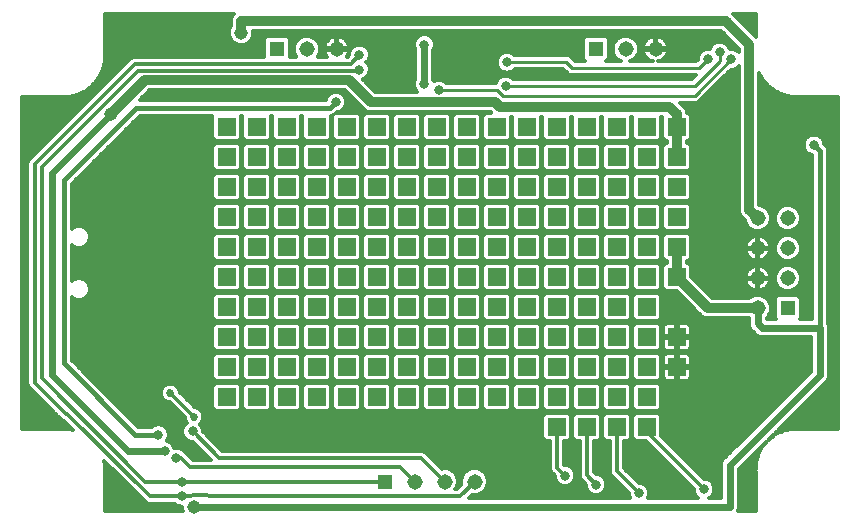
<source format=gbl>
G75*
G70*
%OFA0B0*%
%FSLAX24Y24*%
%IPPOS*%
%LPD*%
%AMOC8*
5,1,8,0,0,1.08239X$1,22.5*
%
%ADD10R,0.0515X0.0515*%
%ADD11C,0.0515*%
%ADD12R,0.0600X0.0600*%
%ADD13C,0.0450*%
%ADD14C,0.0320*%
%ADD15C,0.0320*%
%ADD16C,0.0240*%
%ADD17C,0.0120*%
%ADD18C,0.0413*%
%ADD19C,0.0160*%
%ADD20C,0.0100*%
%ADD21C,0.0270*%
D10*
X016971Y004598D03*
X030414Y010381D03*
X024008Y019017D03*
X013378Y019017D03*
D11*
X014378Y019017D03*
X015378Y019017D03*
X025008Y019017D03*
X026008Y019017D03*
X029414Y013381D03*
X030414Y013381D03*
X030414Y012381D03*
X029414Y012381D03*
X029414Y011381D03*
X030414Y011381D03*
X029414Y010381D03*
X019971Y004598D03*
X018971Y004598D03*
X017971Y004598D03*
D12*
X022717Y006417D03*
X023717Y006417D03*
X024717Y006417D03*
X025717Y006417D03*
X025717Y007417D03*
X024717Y007417D03*
X023717Y007417D03*
X022717Y007417D03*
X021717Y007417D03*
X020717Y007417D03*
X019717Y007417D03*
X018717Y007417D03*
X017717Y007417D03*
X016717Y007417D03*
X015717Y007417D03*
X014717Y007417D03*
X013717Y007417D03*
X012717Y007417D03*
X011717Y007417D03*
X011717Y008417D03*
X012717Y008417D03*
X012717Y009417D03*
X011717Y009417D03*
X011717Y010417D03*
X012717Y010417D03*
X013717Y010417D03*
X014717Y010417D03*
X015717Y010417D03*
X016717Y010417D03*
X017717Y010417D03*
X018717Y010417D03*
X019717Y010417D03*
X020717Y010417D03*
X021717Y010417D03*
X022717Y010417D03*
X023717Y010417D03*
X024717Y010417D03*
X025717Y010417D03*
X025717Y011417D03*
X026717Y011417D03*
X026717Y012417D03*
X025717Y012417D03*
X024717Y012417D03*
X023717Y012417D03*
X022717Y012417D03*
X021717Y012417D03*
X020717Y012417D03*
X019717Y012417D03*
X018717Y012417D03*
X017717Y012417D03*
X016717Y012417D03*
X015717Y012417D03*
X014717Y012417D03*
X013717Y012417D03*
X012717Y012417D03*
X011717Y012417D03*
X011717Y013417D03*
X012717Y013417D03*
X012717Y014417D03*
X011717Y014417D03*
X011717Y015417D03*
X012717Y015417D03*
X013717Y015417D03*
X014717Y015417D03*
X015717Y015417D03*
X016717Y015417D03*
X017717Y015417D03*
X018717Y015417D03*
X019717Y015417D03*
X020717Y015417D03*
X021717Y015417D03*
X022717Y015417D03*
X023717Y015417D03*
X024717Y015417D03*
X025717Y015417D03*
X026717Y015417D03*
X026717Y016417D03*
X025717Y016417D03*
X024717Y016417D03*
X023717Y016417D03*
X022717Y016417D03*
X021717Y016417D03*
X020717Y016417D03*
X019717Y016417D03*
X018717Y016417D03*
X017717Y016417D03*
X016717Y016417D03*
X015717Y016417D03*
X014717Y016417D03*
X013717Y016417D03*
X012717Y016417D03*
X011717Y016417D03*
X013717Y014417D03*
X014717Y014417D03*
X015717Y014417D03*
X016717Y014417D03*
X017717Y014417D03*
X018717Y014417D03*
X019717Y014417D03*
X020717Y014417D03*
X021717Y014417D03*
X022717Y014417D03*
X023717Y014417D03*
X024717Y014417D03*
X025717Y014417D03*
X026717Y014417D03*
X026717Y013417D03*
X025717Y013417D03*
X024717Y013417D03*
X023717Y013417D03*
X022717Y013417D03*
X021717Y013417D03*
X020717Y013417D03*
X019717Y013417D03*
X018717Y013417D03*
X017717Y013417D03*
X016717Y013417D03*
X015717Y013417D03*
X014717Y013417D03*
X013717Y013417D03*
X013717Y011417D03*
X014717Y011417D03*
X015717Y011417D03*
X016717Y011417D03*
X017717Y011417D03*
X018717Y011417D03*
X019717Y011417D03*
X020717Y011417D03*
X021717Y011417D03*
X022717Y011417D03*
X023717Y011417D03*
X024717Y011417D03*
X024717Y009417D03*
X025717Y009417D03*
X026717Y009417D03*
X026717Y008417D03*
X025717Y008417D03*
X024717Y008417D03*
X023717Y008417D03*
X022717Y008417D03*
X021717Y008417D03*
X020717Y008417D03*
X019717Y008417D03*
X019717Y009417D03*
X020717Y009417D03*
X021717Y009417D03*
X022717Y009417D03*
X023717Y009417D03*
X018717Y009417D03*
X017717Y009417D03*
X016717Y009417D03*
X015717Y009417D03*
X014717Y009417D03*
X013717Y009417D03*
X013717Y008417D03*
X014717Y008417D03*
X015717Y008417D03*
X016717Y008417D03*
X017717Y008417D03*
X018717Y008417D03*
X012717Y011417D03*
X011717Y011417D03*
D13*
X008998Y011291D03*
X008779Y010723D03*
X006981Y011537D03*
X007866Y016852D03*
X012197Y019558D03*
X010622Y003761D03*
D14*
X010229Y004106D03*
X010229Y004598D03*
X010032Y005385D03*
X009638Y005631D03*
X009433Y006165D03*
X010130Y006468D03*
X010573Y006271D03*
X012443Y006074D03*
X013624Y005877D03*
X010229Y007944D03*
X006784Y008633D03*
X006095Y006566D03*
X005111Y006566D03*
X007866Y003810D03*
X008014Y010848D03*
X007374Y010848D03*
X010229Y011438D03*
X010622Y014047D03*
X009048Y014047D03*
X005357Y016015D03*
X005701Y016803D03*
X005111Y017196D03*
X007866Y019952D03*
X011262Y018968D03*
X011656Y018968D03*
X014166Y017984D03*
X015347Y017245D03*
X016134Y018328D03*
X016134Y018820D03*
X016134Y019362D03*
X018300Y019165D03*
X018890Y019165D03*
X020366Y019165D03*
X021055Y018574D03*
X021006Y017787D03*
X020662Y017245D03*
X018792Y017639D03*
X018300Y017836D03*
X022876Y018131D03*
X022926Y019066D03*
X027158Y019165D03*
X027748Y018673D03*
X028142Y018919D03*
X028536Y018673D03*
X029126Y019952D03*
X029717Y017639D03*
X031882Y017196D03*
X031292Y015818D03*
X031882Y015031D03*
X030849Y013997D03*
X029766Y013997D03*
X028487Y013997D03*
X027551Y013997D03*
X027551Y012423D03*
X027551Y011438D03*
X027551Y009716D03*
X027551Y008535D03*
X031882Y006566D03*
X027616Y004352D03*
X029126Y003810D03*
X025451Y004204D03*
X024024Y004499D03*
X022990Y004795D03*
X027404Y015621D03*
X027404Y016409D03*
X012788Y017491D03*
X010918Y017541D03*
X010130Y017541D03*
D15*
X008998Y017984D02*
X007866Y016852D01*
X008998Y017984D02*
X014166Y017984D01*
X015790Y017984D01*
X016528Y017245D01*
X020662Y017245D01*
X020809Y017098D01*
X026469Y017098D01*
X026717Y016850D01*
X026717Y016417D01*
X026717Y015417D01*
X029126Y013653D02*
X029414Y013381D01*
X029126Y013653D02*
X029126Y019165D01*
X028339Y019952D01*
X012197Y019952D01*
X012197Y019558D01*
X026717Y012417D02*
X026717Y011417D01*
X027752Y010381D01*
X029414Y010381D01*
D16*
X029414Y009871D01*
X029569Y009716D01*
X031489Y009716D01*
X031489Y008141D01*
X028487Y005139D01*
X028487Y003761D01*
X010622Y003761D01*
X009638Y005631D02*
X008408Y005631D01*
X005898Y008141D01*
X005898Y014883D01*
X007866Y016852D01*
X018300Y017836D02*
X018300Y019165D01*
D17*
X007653Y004932D02*
X007653Y003605D01*
X010249Y003605D01*
X010217Y003681D01*
X010217Y003766D01*
X010161Y003766D01*
X010036Y003817D01*
X009988Y003866D01*
X009098Y003866D01*
X009010Y003902D01*
X008943Y003970D01*
X007617Y005295D01*
X007624Y005264D01*
X007635Y005255D01*
X007639Y005193D01*
X007652Y005133D01*
X007644Y005120D01*
X007647Y005079D01*
X007653Y005074D01*
X007653Y005006D01*
X007658Y004938D01*
X007653Y004932D01*
X007656Y004958D02*
X007954Y004958D01*
X007836Y005076D02*
X007650Y005076D01*
X007639Y005195D02*
X007717Y005195D01*
X007653Y004839D02*
X008073Y004839D01*
X008192Y004721D02*
X007653Y004721D01*
X007653Y004602D02*
X008310Y004602D01*
X008429Y004484D02*
X007653Y004484D01*
X007653Y004365D02*
X008547Y004365D01*
X008666Y004246D02*
X007653Y004246D01*
X007653Y004128D02*
X008784Y004128D01*
X008903Y004009D02*
X007653Y004009D01*
X007653Y003891D02*
X009037Y003891D01*
X009146Y004106D02*
X010229Y004106D01*
X010524Y004106D01*
X010573Y004155D01*
X011065Y004155D01*
X011114Y004106D01*
X019479Y004106D01*
X019971Y004598D01*
X020408Y004602D02*
X022702Y004602D01*
X022798Y004506D01*
X022923Y004455D01*
X023058Y004455D01*
X023183Y004506D01*
X023279Y004602D01*
X023582Y004602D01*
X023513Y004670D02*
X023684Y004500D01*
X023684Y004432D01*
X023736Y004307D01*
X023831Y004211D01*
X023956Y004159D01*
X024092Y004159D01*
X024216Y004211D01*
X024312Y004307D01*
X024364Y004432D01*
X024364Y004567D01*
X024312Y004692D01*
X024216Y004788D01*
X024092Y004839D01*
X024498Y004839D01*
X024513Y004802D02*
X025111Y004205D01*
X025111Y004136D01*
X025142Y004061D01*
X019774Y004061D01*
X019876Y004164D01*
X019884Y004160D01*
X020058Y004160D01*
X020219Y004227D01*
X020342Y004350D01*
X020408Y004511D01*
X020408Y004685D01*
X020342Y004846D01*
X020219Y004969D01*
X020058Y005035D01*
X019884Y005035D01*
X019723Y004969D01*
X019600Y004846D01*
X019533Y004685D01*
X019533Y004511D01*
X019537Y004503D01*
X019379Y004346D01*
X019337Y004346D01*
X019342Y004350D01*
X019408Y004511D01*
X019408Y004685D01*
X019342Y004846D01*
X019219Y004969D01*
X019058Y005035D01*
X018884Y005035D01*
X018876Y005032D01*
X018387Y005521D01*
X018319Y005589D01*
X018231Y005625D01*
X011558Y005625D01*
X010913Y006270D01*
X010913Y006339D01*
X010861Y006464D01*
X010815Y006510D01*
X010889Y006585D01*
X010937Y006700D01*
X010937Y006826D01*
X010889Y006942D01*
X010801Y007030D01*
X010685Y007078D01*
X010647Y007078D01*
X010150Y007575D01*
X010150Y007613D01*
X010102Y007729D01*
X010013Y007818D01*
X009898Y007866D01*
X009772Y007866D01*
X009656Y007818D01*
X009568Y007729D01*
X009520Y007613D01*
X009520Y007488D01*
X009568Y007372D01*
X009656Y007284D01*
X009772Y007236D01*
X009811Y007236D01*
X010307Y006739D01*
X010307Y006700D01*
X010355Y006585D01*
X010381Y006559D01*
X010381Y006559D01*
X010285Y006464D01*
X010233Y006339D01*
X010233Y006203D01*
X010285Y006078D01*
X010381Y005983D01*
X010505Y005931D01*
X010574Y005931D01*
X011175Y005330D01*
X010574Y005330D01*
X010383Y005521D01*
X010315Y005589D01*
X010305Y005593D01*
X010224Y005673D01*
X010099Y005725D01*
X009967Y005725D01*
X009926Y005824D01*
X009831Y005919D01*
X009716Y005967D01*
X009722Y005972D01*
X009773Y006097D01*
X009773Y006232D01*
X009722Y006357D01*
X009626Y006453D01*
X009501Y006505D01*
X009366Y006505D01*
X009241Y006453D01*
X009213Y006425D01*
X008769Y006425D01*
X006552Y008642D01*
X006552Y010742D01*
X006581Y010712D01*
X006713Y010658D01*
X006855Y010658D01*
X006986Y010712D01*
X007087Y010813D01*
X007141Y010944D01*
X007141Y011086D01*
X007087Y011217D01*
X006986Y011318D01*
X006855Y011372D01*
X006713Y011372D01*
X006581Y011318D01*
X006552Y011288D01*
X006552Y012474D01*
X006581Y012445D01*
X006713Y012390D01*
X006855Y012390D01*
X006986Y012445D01*
X007087Y012545D01*
X007141Y012676D01*
X007141Y012818D01*
X007087Y012950D01*
X006986Y013050D01*
X006855Y013105D01*
X006713Y013105D01*
X006581Y013050D01*
X006552Y013020D01*
X006552Y014529D01*
X008811Y016789D01*
X011237Y016789D01*
X011237Y016042D01*
X011342Y015937D01*
X012091Y015937D01*
X012197Y016042D01*
X012197Y016789D01*
X012237Y016789D01*
X012237Y016042D01*
X012342Y015937D01*
X013091Y015937D01*
X013197Y016042D01*
X013197Y016789D01*
X013237Y016789D01*
X013237Y016042D01*
X013342Y015937D01*
X014091Y015937D01*
X014197Y016042D01*
X014197Y016789D01*
X014237Y016789D01*
X014237Y016042D01*
X014342Y015937D01*
X015091Y015937D01*
X015197Y016042D01*
X015197Y016789D01*
X015202Y016789D01*
X015257Y016812D01*
X015237Y016791D01*
X015237Y016042D01*
X015342Y015937D01*
X016091Y015937D01*
X016197Y016042D01*
X016197Y016791D01*
X016091Y016897D01*
X015366Y016897D01*
X015374Y016905D01*
X015414Y016905D01*
X015539Y016957D01*
X015635Y017053D01*
X015687Y017178D01*
X015687Y017313D01*
X015635Y017438D01*
X015539Y017534D01*
X015414Y017585D01*
X015279Y017585D01*
X015154Y017534D01*
X015059Y017438D01*
X015007Y017313D01*
X015007Y017309D01*
X008804Y017309D01*
X009139Y017644D01*
X014098Y017644D01*
X014233Y017644D01*
X015649Y017644D01*
X016240Y017053D01*
X016335Y016957D01*
X016460Y016905D01*
X020521Y016905D01*
X020530Y016897D01*
X020342Y016897D01*
X020237Y016791D01*
X020237Y016042D01*
X020342Y015937D01*
X021091Y015937D01*
X021197Y016042D01*
X021197Y016758D01*
X021237Y016758D01*
X021237Y016042D01*
X021342Y015937D01*
X022091Y015937D01*
X022197Y016042D01*
X022197Y016758D01*
X022237Y016758D01*
X022237Y016042D01*
X022342Y015937D01*
X023091Y015937D01*
X023197Y016042D01*
X023197Y016758D01*
X023237Y016758D01*
X023237Y016042D01*
X023342Y015937D01*
X024091Y015937D01*
X024197Y016042D01*
X024197Y016758D01*
X024237Y016758D01*
X024237Y016042D01*
X024342Y015937D01*
X025091Y015937D01*
X025197Y016042D01*
X025197Y016758D01*
X025237Y016758D01*
X025237Y016042D01*
X025342Y015937D01*
X026091Y015937D01*
X026197Y016042D01*
X026197Y016758D01*
X026237Y016758D01*
X026237Y016042D01*
X026342Y015937D01*
X026377Y015937D01*
X026377Y015897D01*
X026342Y015897D01*
X026237Y015791D01*
X026237Y015042D01*
X026342Y014937D01*
X027091Y014937D01*
X027197Y015042D01*
X027197Y015791D01*
X027091Y015897D01*
X027057Y015897D01*
X027057Y015937D01*
X027091Y015937D01*
X027197Y016042D01*
X027197Y016791D01*
X027091Y016897D01*
X027057Y016897D01*
X027057Y016917D01*
X027005Y017042D01*
X026835Y017212D01*
X027210Y017212D01*
X027401Y017212D01*
X028521Y018333D01*
X028603Y018333D01*
X028728Y018384D01*
X028786Y018442D01*
X028786Y013716D01*
X028785Y013711D01*
X028786Y013649D01*
X028786Y013585D01*
X028788Y013581D01*
X028788Y013576D01*
X028814Y013519D01*
X028838Y013460D01*
X028842Y013457D01*
X028844Y013452D01*
X028890Y013409D01*
X028934Y013365D01*
X028938Y013363D01*
X028976Y013327D01*
X028976Y013294D01*
X029043Y013133D01*
X029166Y013010D01*
X029327Y012944D01*
X029501Y012944D01*
X029661Y013010D01*
X029785Y013133D01*
X029851Y013294D01*
X029851Y013468D01*
X029785Y013629D01*
X029661Y013752D01*
X029501Y013819D01*
X029466Y013819D01*
X029466Y018203D01*
X029484Y018155D01*
X029497Y018149D01*
X029521Y018107D01*
X029519Y018092D01*
X029556Y018043D01*
X029585Y017989D01*
X029599Y017985D01*
X029629Y017946D01*
X029629Y017931D01*
X029672Y017887D01*
X029709Y017838D01*
X029724Y017836D01*
X029758Y017801D01*
X029760Y017787D01*
X029809Y017750D01*
X029853Y017706D01*
X029868Y017706D01*
X029907Y017677D01*
X029911Y017663D01*
X029965Y017634D01*
X030014Y017596D01*
X030029Y017599D01*
X030072Y017575D01*
X030078Y017562D01*
X030136Y017540D01*
X030190Y017511D01*
X030204Y017515D01*
X030249Y017498D01*
X030257Y017486D01*
X030318Y017472D01*
X030375Y017451D01*
X030389Y017457D01*
X030436Y017447D01*
X030446Y017436D01*
X030507Y017431D01*
X030568Y017418D01*
X030580Y017426D01*
X030621Y017423D01*
X030627Y017418D01*
X030695Y017418D01*
X030763Y017413D01*
X030768Y017418D01*
X032096Y017418D01*
X032096Y006360D01*
X030768Y006360D01*
X030763Y006365D01*
X030695Y006360D01*
X030627Y006360D01*
X030621Y006355D01*
X030580Y006352D01*
X030568Y006360D01*
X030507Y006347D01*
X030446Y006343D01*
X030436Y006332D01*
X030389Y006321D01*
X030375Y006327D01*
X030318Y006306D01*
X030257Y006293D01*
X030249Y006280D01*
X030204Y006263D01*
X030190Y006267D01*
X030136Y006238D01*
X030078Y006216D01*
X030072Y006203D01*
X030029Y006180D01*
X030014Y006182D01*
X029965Y006145D01*
X029911Y006115D01*
X029907Y006101D01*
X029868Y006072D01*
X029853Y006072D01*
X029809Y006028D01*
X029771Y006000D01*
X031658Y007887D01*
X031743Y007971D01*
X031788Y008081D01*
X031788Y009776D01*
X031748Y009872D01*
X031748Y015673D01*
X031709Y015769D01*
X031636Y015842D01*
X031632Y015846D01*
X031632Y015886D01*
X031580Y016011D01*
X031484Y016106D01*
X031359Y016158D01*
X031224Y016158D01*
X031099Y016106D01*
X031003Y016011D01*
X030952Y015886D01*
X030952Y015751D01*
X031003Y015626D01*
X031099Y015530D01*
X031224Y015478D01*
X031229Y015478D01*
X031229Y010016D01*
X030818Y010016D01*
X030851Y010049D01*
X030851Y010713D01*
X030746Y010819D01*
X030082Y010819D01*
X029976Y010713D01*
X029976Y010049D01*
X030010Y010016D01*
X029714Y010016D01*
X029714Y010063D01*
X029785Y010133D01*
X029851Y010294D01*
X029851Y010468D01*
X029785Y010629D01*
X029661Y010752D01*
X029501Y010819D01*
X029327Y010819D01*
X029166Y010752D01*
X029135Y010721D01*
X027893Y010721D01*
X027197Y011417D01*
X027197Y011791D01*
X027091Y011897D01*
X027057Y011897D01*
X027057Y011937D01*
X027091Y011937D01*
X027197Y012042D01*
X027197Y012791D01*
X027091Y012897D01*
X026342Y012897D01*
X026237Y012791D01*
X026237Y012042D01*
X026342Y011937D01*
X026377Y011937D01*
X026377Y011897D01*
X026342Y011897D01*
X026237Y011791D01*
X026237Y011042D01*
X026342Y010937D01*
X026716Y010937D01*
X027464Y010189D01*
X027464Y010189D01*
X027560Y010093D01*
X027685Y010041D01*
X029114Y010041D01*
X029114Y009931D01*
X029114Y009812D01*
X029159Y009701D01*
X029399Y009462D01*
X029509Y009416D01*
X029629Y009416D01*
X031189Y009416D01*
X031189Y008265D01*
X028232Y005309D01*
X028187Y005199D01*
X028187Y005079D01*
X028187Y004061D01*
X027803Y004061D01*
X027809Y004064D01*
X027905Y004159D01*
X027956Y004284D01*
X027956Y004419D01*
X027905Y004544D01*
X027809Y004640D01*
X027684Y004692D01*
X027616Y004692D01*
X026197Y006111D01*
X026197Y006791D01*
X026091Y006897D01*
X025342Y006897D01*
X025237Y006791D01*
X025237Y006042D01*
X025342Y005937D01*
X025692Y005937D01*
X027276Y004352D01*
X027276Y004284D01*
X027328Y004159D01*
X027424Y004064D01*
X027430Y004061D01*
X025760Y004061D01*
X025791Y004136D01*
X025791Y004272D01*
X025739Y004397D01*
X025644Y004492D01*
X025519Y004544D01*
X025451Y004544D01*
X024957Y005038D01*
X024957Y005937D01*
X025091Y005937D01*
X025197Y006042D01*
X025197Y006791D01*
X025091Y006897D01*
X024342Y006897D01*
X024237Y006791D01*
X024237Y006042D01*
X024342Y005937D01*
X024477Y005937D01*
X024477Y004986D01*
X024477Y004891D01*
X024513Y004802D01*
X024595Y004721D02*
X024283Y004721D01*
X024349Y004602D02*
X024714Y004602D01*
X024832Y004484D02*
X024364Y004484D01*
X024336Y004365D02*
X024951Y004365D01*
X025069Y004246D02*
X024252Y004246D01*
X024024Y004499D02*
X023717Y004806D01*
X023717Y006417D01*
X024197Y006380D02*
X024237Y006380D01*
X024237Y006262D02*
X024197Y006262D01*
X024197Y006143D02*
X024237Y006143D01*
X024197Y006042D02*
X024091Y005937D01*
X023957Y005937D01*
X023957Y004906D01*
X024023Y004839D01*
X024092Y004839D01*
X023957Y004958D02*
X024477Y004958D01*
X024477Y005076D02*
X023957Y005076D01*
X023957Y005195D02*
X024477Y005195D01*
X024477Y005313D02*
X023957Y005313D01*
X023957Y005432D02*
X024477Y005432D01*
X024477Y005550D02*
X023957Y005550D01*
X023957Y005669D02*
X024477Y005669D01*
X024477Y005788D02*
X023957Y005788D01*
X023957Y005906D02*
X024477Y005906D01*
X024254Y006025D02*
X024179Y006025D01*
X024197Y006042D02*
X024197Y006791D01*
X024091Y006897D01*
X023342Y006897D01*
X023237Y006791D01*
X023237Y006042D01*
X023342Y005937D01*
X023477Y005937D01*
X023477Y004854D01*
X023477Y004759D01*
X023513Y004670D01*
X023493Y004721D02*
X023328Y004721D01*
X023330Y004727D02*
X023330Y004862D01*
X023279Y004987D01*
X023183Y005083D01*
X023058Y005135D01*
X022990Y005135D01*
X022957Y005168D01*
X022957Y005937D01*
X023091Y005937D01*
X023197Y006042D01*
X023197Y006791D01*
X023091Y006897D01*
X022342Y006897D01*
X022237Y006791D01*
X022237Y006042D01*
X022342Y005937D01*
X022477Y005937D01*
X022477Y005116D01*
X022477Y005021D01*
X022513Y004932D01*
X022650Y004795D01*
X022650Y004727D01*
X022702Y004602D01*
X022653Y004721D02*
X020393Y004721D01*
X020344Y004839D02*
X022606Y004839D01*
X022503Y004958D02*
X020229Y004958D01*
X020397Y004484D02*
X022853Y004484D01*
X023128Y004484D02*
X023684Y004484D01*
X023712Y004365D02*
X020348Y004365D01*
X020238Y004246D02*
X023796Y004246D01*
X023279Y004602D02*
X023330Y004727D01*
X023330Y004839D02*
X023477Y004839D01*
X023477Y004958D02*
X023291Y004958D01*
X023190Y005076D02*
X023477Y005076D01*
X023477Y005195D02*
X022957Y005195D01*
X022957Y005313D02*
X023477Y005313D01*
X023477Y005432D02*
X022957Y005432D01*
X022957Y005550D02*
X023477Y005550D01*
X023477Y005669D02*
X022957Y005669D01*
X022957Y005788D02*
X023477Y005788D01*
X023477Y005906D02*
X022957Y005906D01*
X023179Y006025D02*
X023254Y006025D01*
X023237Y006143D02*
X023197Y006143D01*
X023197Y006262D02*
X023237Y006262D01*
X023237Y006380D02*
X023197Y006380D01*
X023197Y006499D02*
X023237Y006499D01*
X023237Y006617D02*
X023197Y006617D01*
X023197Y006736D02*
X023237Y006736D01*
X023300Y006854D02*
X023134Y006854D01*
X023091Y006937D02*
X023197Y007042D01*
X023197Y007791D01*
X023091Y007897D01*
X022342Y007897D01*
X022237Y007791D01*
X022237Y007042D01*
X022342Y006937D01*
X023091Y006937D01*
X023128Y006973D02*
X023306Y006973D01*
X023342Y006937D02*
X023237Y007042D01*
X023237Y007791D01*
X023342Y007897D01*
X024091Y007897D01*
X024197Y007791D01*
X024197Y007042D01*
X024091Y006937D01*
X023342Y006937D01*
X023237Y007092D02*
X023197Y007092D01*
X023197Y007210D02*
X023237Y007210D01*
X023237Y007329D02*
X023197Y007329D01*
X023197Y007447D02*
X023237Y007447D01*
X023237Y007566D02*
X023197Y007566D01*
X023197Y007684D02*
X023237Y007684D01*
X023248Y007803D02*
X023185Y007803D01*
X023091Y007937D02*
X023197Y008042D01*
X023197Y008791D01*
X023091Y008897D01*
X022342Y008897D01*
X022237Y008791D01*
X022237Y008042D01*
X022342Y007937D01*
X023091Y007937D01*
X023195Y008040D02*
X023239Y008040D01*
X023237Y008042D02*
X023342Y007937D01*
X024091Y007937D01*
X024197Y008042D01*
X024197Y008791D01*
X024091Y008897D01*
X023342Y008897D01*
X023237Y008791D01*
X023237Y008042D01*
X023237Y008158D02*
X023197Y008158D01*
X023197Y008277D02*
X023237Y008277D01*
X023237Y008396D02*
X023197Y008396D01*
X023197Y008514D02*
X023237Y008514D01*
X023237Y008633D02*
X023197Y008633D01*
X023197Y008751D02*
X023237Y008751D01*
X023315Y008870D02*
X023118Y008870D01*
X023091Y008937D02*
X023197Y009042D01*
X023197Y009791D01*
X023091Y009897D01*
X022342Y009897D01*
X022237Y009791D01*
X022237Y009042D01*
X022342Y008937D01*
X023091Y008937D01*
X023143Y008988D02*
X023291Y008988D01*
X023342Y008937D02*
X023237Y009042D01*
X023237Y009791D01*
X023342Y009897D01*
X024091Y009897D01*
X024197Y009791D01*
X024197Y009042D01*
X024091Y008937D01*
X023342Y008937D01*
X023237Y009107D02*
X023197Y009107D01*
X023197Y009225D02*
X023237Y009225D01*
X023237Y009344D02*
X023197Y009344D01*
X023197Y009462D02*
X023237Y009462D01*
X023237Y009581D02*
X023197Y009581D01*
X023197Y009699D02*
X023237Y009699D01*
X023264Y009818D02*
X023170Y009818D01*
X023091Y009937D02*
X023197Y010042D01*
X023197Y010791D01*
X023091Y010897D01*
X022342Y010897D01*
X022237Y010791D01*
X022237Y010042D01*
X022342Y009937D01*
X023091Y009937D01*
X023197Y010055D02*
X023237Y010055D01*
X023237Y010042D02*
X023342Y009937D01*
X024091Y009937D01*
X024197Y010042D01*
X024197Y010791D01*
X024091Y010897D01*
X023342Y010897D01*
X023237Y010791D01*
X023237Y010042D01*
X023237Y010174D02*
X023197Y010174D01*
X023197Y010292D02*
X023237Y010292D01*
X023237Y010411D02*
X023197Y010411D01*
X023197Y010529D02*
X023237Y010529D01*
X023237Y010648D02*
X023197Y010648D01*
X023197Y010766D02*
X023237Y010766D01*
X023331Y010885D02*
X023103Y010885D01*
X023091Y010937D02*
X023197Y011042D01*
X023197Y011791D01*
X023091Y011897D01*
X022342Y011897D01*
X022237Y011791D01*
X022237Y011042D01*
X022342Y010937D01*
X023091Y010937D01*
X023158Y011003D02*
X023276Y011003D01*
X023237Y011042D02*
X023342Y010937D01*
X024091Y010937D01*
X024197Y011042D01*
X024197Y011791D01*
X024091Y011897D01*
X023342Y011897D01*
X023237Y011791D01*
X023237Y011042D01*
X023237Y011122D02*
X023197Y011122D01*
X023197Y011241D02*
X023237Y011241D01*
X023237Y011359D02*
X023197Y011359D01*
X023197Y011478D02*
X023237Y011478D01*
X023237Y011596D02*
X023197Y011596D01*
X023197Y011715D02*
X023237Y011715D01*
X023279Y011833D02*
X023155Y011833D01*
X023091Y011937D02*
X023197Y012042D01*
X023197Y012791D01*
X023091Y012897D01*
X022342Y012897D01*
X022237Y012791D01*
X022237Y012042D01*
X022342Y011937D01*
X023091Y011937D01*
X023106Y011952D02*
X023327Y011952D01*
X023342Y011937D02*
X024091Y011937D01*
X024197Y012042D01*
X024197Y012791D01*
X024091Y012897D01*
X023342Y012897D01*
X023237Y012791D01*
X023237Y012042D01*
X023342Y011937D01*
X023237Y012070D02*
X023197Y012070D01*
X023197Y012189D02*
X023237Y012189D01*
X023237Y012307D02*
X023197Y012307D01*
X023197Y012426D02*
X023237Y012426D01*
X023237Y012545D02*
X023197Y012545D01*
X023197Y012663D02*
X023237Y012663D01*
X023237Y012782D02*
X023197Y012782D01*
X023091Y012937D02*
X023197Y013042D01*
X023197Y013791D01*
X023091Y013897D01*
X022342Y013897D01*
X022237Y013791D01*
X022237Y013042D01*
X022342Y012937D01*
X023091Y012937D01*
X023173Y013019D02*
X023260Y013019D01*
X023237Y013042D02*
X023342Y012937D01*
X024091Y012937D01*
X024197Y013042D01*
X024197Y013791D01*
X024091Y013897D01*
X023342Y013897D01*
X023237Y013791D01*
X023237Y013042D01*
X023237Y013137D02*
X023197Y013137D01*
X023197Y013256D02*
X023237Y013256D01*
X023237Y013374D02*
X023197Y013374D01*
X023197Y013493D02*
X023237Y013493D01*
X023237Y013611D02*
X023197Y013611D01*
X023197Y013730D02*
X023237Y013730D01*
X023294Y013849D02*
X023140Y013849D01*
X023091Y013937D02*
X023197Y014042D01*
X023197Y014791D01*
X023091Y014897D01*
X022342Y014897D01*
X022237Y014791D01*
X022237Y014042D01*
X022342Y013937D01*
X023091Y013937D01*
X023122Y013967D02*
X023312Y013967D01*
X023342Y013937D02*
X024091Y013937D01*
X024197Y014042D01*
X024197Y014791D01*
X024091Y014897D01*
X023342Y014897D01*
X023237Y014791D01*
X023237Y014042D01*
X023342Y013937D01*
X023237Y014086D02*
X023197Y014086D01*
X023197Y014204D02*
X023237Y014204D01*
X023237Y014323D02*
X023197Y014323D01*
X023197Y014441D02*
X023237Y014441D01*
X023237Y014560D02*
X023197Y014560D01*
X023197Y014678D02*
X023237Y014678D01*
X023242Y014797D02*
X023191Y014797D01*
X023091Y014937D02*
X023197Y015042D01*
X023197Y015791D01*
X023091Y015897D01*
X022342Y015897D01*
X022237Y015791D01*
X022237Y015042D01*
X022342Y014937D01*
X023091Y014937D01*
X023189Y015034D02*
X023245Y015034D01*
X023237Y015042D02*
X023342Y014937D01*
X024091Y014937D01*
X024197Y015042D01*
X024197Y015791D01*
X024091Y015897D01*
X023342Y015897D01*
X023237Y015791D01*
X023237Y015042D01*
X023237Y015152D02*
X023197Y015152D01*
X023197Y015271D02*
X023237Y015271D01*
X023237Y015390D02*
X023197Y015390D01*
X023197Y015508D02*
X023237Y015508D01*
X023237Y015627D02*
X023197Y015627D01*
X023197Y015745D02*
X023237Y015745D01*
X023309Y015864D02*
X023124Y015864D01*
X023137Y015982D02*
X023297Y015982D01*
X023237Y016101D02*
X023197Y016101D01*
X023197Y016219D02*
X023237Y016219D01*
X023237Y016338D02*
X023197Y016338D01*
X023197Y016456D02*
X023237Y016456D01*
X023237Y016575D02*
X023197Y016575D01*
X023197Y016694D02*
X023237Y016694D01*
X024197Y016694D02*
X024237Y016694D01*
X024237Y016575D02*
X024197Y016575D01*
X024197Y016456D02*
X024237Y016456D01*
X024237Y016338D02*
X024197Y016338D01*
X024197Y016219D02*
X024237Y016219D01*
X024237Y016101D02*
X024197Y016101D01*
X024137Y015982D02*
X024297Y015982D01*
X024342Y015897D02*
X024237Y015791D01*
X024237Y015042D01*
X024342Y014937D01*
X025091Y014937D01*
X025197Y015042D01*
X025197Y015791D01*
X025091Y015897D01*
X024342Y015897D01*
X024309Y015864D02*
X024124Y015864D01*
X024197Y015745D02*
X024237Y015745D01*
X024237Y015627D02*
X024197Y015627D01*
X024197Y015508D02*
X024237Y015508D01*
X024237Y015390D02*
X024197Y015390D01*
X024197Y015271D02*
X024237Y015271D01*
X024237Y015152D02*
X024197Y015152D01*
X024189Y015034D02*
X024245Y015034D01*
X024342Y014897D02*
X024237Y014791D01*
X024237Y014042D01*
X024342Y013937D01*
X025091Y013937D01*
X025197Y014042D01*
X025197Y014791D01*
X025091Y014897D01*
X024342Y014897D01*
X024242Y014797D02*
X024191Y014797D01*
X024197Y014678D02*
X024237Y014678D01*
X024237Y014560D02*
X024197Y014560D01*
X024197Y014441D02*
X024237Y014441D01*
X024237Y014323D02*
X024197Y014323D01*
X024197Y014204D02*
X024237Y014204D01*
X024237Y014086D02*
X024197Y014086D01*
X024122Y013967D02*
X024312Y013967D01*
X024342Y013897D02*
X024237Y013791D01*
X024237Y013042D01*
X024342Y012937D01*
X025091Y012937D01*
X025197Y013042D01*
X025197Y013791D01*
X025091Y013897D01*
X024342Y013897D01*
X024294Y013849D02*
X024140Y013849D01*
X024197Y013730D02*
X024237Y013730D01*
X024237Y013611D02*
X024197Y013611D01*
X024197Y013493D02*
X024237Y013493D01*
X024237Y013374D02*
X024197Y013374D01*
X024197Y013256D02*
X024237Y013256D01*
X024237Y013137D02*
X024197Y013137D01*
X024173Y013019D02*
X024260Y013019D01*
X024342Y012897D02*
X024237Y012791D01*
X024237Y012042D01*
X024342Y011937D01*
X025091Y011937D01*
X025197Y012042D01*
X025197Y012791D01*
X025091Y012897D01*
X024342Y012897D01*
X024237Y012782D02*
X024197Y012782D01*
X024197Y012663D02*
X024237Y012663D01*
X024237Y012545D02*
X024197Y012545D01*
X024197Y012426D02*
X024237Y012426D01*
X024237Y012307D02*
X024197Y012307D01*
X024197Y012189D02*
X024237Y012189D01*
X024237Y012070D02*
X024197Y012070D01*
X024106Y011952D02*
X024327Y011952D01*
X024342Y011897D02*
X024237Y011791D01*
X024237Y011042D01*
X024342Y010937D01*
X025091Y010937D01*
X025197Y011042D01*
X025197Y011791D01*
X025091Y011897D01*
X024342Y011897D01*
X024279Y011833D02*
X024155Y011833D01*
X024197Y011715D02*
X024237Y011715D01*
X024237Y011596D02*
X024197Y011596D01*
X024197Y011478D02*
X024237Y011478D01*
X024237Y011359D02*
X024197Y011359D01*
X024197Y011241D02*
X024237Y011241D01*
X024237Y011122D02*
X024197Y011122D01*
X024158Y011003D02*
X024276Y011003D01*
X024342Y010897D02*
X024237Y010791D01*
X024237Y010042D01*
X024342Y009937D01*
X025091Y009937D01*
X025197Y010042D01*
X025197Y010791D01*
X025091Y010897D01*
X024342Y010897D01*
X024331Y010885D02*
X024103Y010885D01*
X024197Y010766D02*
X024237Y010766D01*
X024237Y010648D02*
X024197Y010648D01*
X024197Y010529D02*
X024237Y010529D01*
X024237Y010411D02*
X024197Y010411D01*
X024197Y010292D02*
X024237Y010292D01*
X024237Y010174D02*
X024197Y010174D01*
X024197Y010055D02*
X024237Y010055D01*
X024342Y009897D02*
X024237Y009791D01*
X024237Y009042D01*
X024342Y008937D01*
X025091Y008937D01*
X025197Y009042D01*
X025197Y009791D01*
X025091Y009897D01*
X024342Y009897D01*
X024264Y009818D02*
X024170Y009818D01*
X024197Y009699D02*
X024237Y009699D01*
X024237Y009581D02*
X024197Y009581D01*
X024197Y009462D02*
X024237Y009462D01*
X024237Y009344D02*
X024197Y009344D01*
X024197Y009225D02*
X024237Y009225D01*
X024237Y009107D02*
X024197Y009107D01*
X024143Y008988D02*
X024291Y008988D01*
X024342Y008897D02*
X024237Y008791D01*
X024237Y008042D01*
X024342Y007937D01*
X025091Y007937D01*
X025197Y008042D01*
X025197Y008791D01*
X025091Y008897D01*
X024342Y008897D01*
X024315Y008870D02*
X024118Y008870D01*
X024197Y008751D02*
X024237Y008751D01*
X024237Y008633D02*
X024197Y008633D01*
X024197Y008514D02*
X024237Y008514D01*
X024237Y008396D02*
X024197Y008396D01*
X024197Y008277D02*
X024237Y008277D01*
X024237Y008158D02*
X024197Y008158D01*
X024195Y008040D02*
X024239Y008040D01*
X024342Y007897D02*
X024237Y007791D01*
X024237Y007042D01*
X024342Y006937D01*
X025091Y006937D01*
X025197Y007042D01*
X025197Y007791D01*
X025091Y007897D01*
X024342Y007897D01*
X024248Y007803D02*
X024185Y007803D01*
X024197Y007684D02*
X024237Y007684D01*
X024237Y007566D02*
X024197Y007566D01*
X024197Y007447D02*
X024237Y007447D01*
X024237Y007329D02*
X024197Y007329D01*
X024197Y007210D02*
X024237Y007210D01*
X024237Y007092D02*
X024197Y007092D01*
X024128Y006973D02*
X024306Y006973D01*
X024300Y006854D02*
X024134Y006854D01*
X024197Y006736D02*
X024237Y006736D01*
X024237Y006617D02*
X024197Y006617D01*
X024197Y006499D02*
X024237Y006499D01*
X024717Y006417D02*
X024717Y004938D01*
X025451Y004204D01*
X025752Y004365D02*
X027264Y004365D01*
X027292Y004246D02*
X025791Y004246D01*
X025788Y004128D02*
X027359Y004128D01*
X027616Y004352D02*
X025717Y006251D01*
X025717Y006417D01*
X026197Y006380D02*
X029303Y006380D01*
X029185Y006262D02*
X026197Y006262D01*
X026197Y006143D02*
X029066Y006143D01*
X028948Y006025D02*
X026283Y006025D01*
X026401Y005906D02*
X028829Y005906D01*
X028711Y005788D02*
X026520Y005788D01*
X026639Y005669D02*
X028592Y005669D01*
X028474Y005550D02*
X026757Y005550D01*
X026876Y005432D02*
X028355Y005432D01*
X028237Y005313D02*
X026994Y005313D01*
X027113Y005195D02*
X028187Y005195D01*
X028187Y005076D02*
X027231Y005076D01*
X027350Y004958D02*
X028187Y004958D01*
X028187Y004839D02*
X027468Y004839D01*
X027587Y004721D02*
X028187Y004721D01*
X028187Y004602D02*
X027847Y004602D01*
X027930Y004484D02*
X028187Y004484D01*
X028187Y004365D02*
X027956Y004365D01*
X027941Y004246D02*
X028187Y004246D01*
X028187Y004128D02*
X027873Y004128D01*
X027145Y004484D02*
X025652Y004484D01*
X025392Y004602D02*
X027027Y004602D01*
X026908Y004721D02*
X025274Y004721D01*
X025155Y004839D02*
X026790Y004839D01*
X026671Y004958D02*
X025037Y004958D01*
X024957Y005076D02*
X026552Y005076D01*
X026434Y005195D02*
X024957Y005195D01*
X024957Y005313D02*
X026315Y005313D01*
X026197Y005432D02*
X024957Y005432D01*
X024957Y005550D02*
X026078Y005550D01*
X025960Y005669D02*
X024957Y005669D01*
X024957Y005788D02*
X025841Y005788D01*
X025723Y005906D02*
X024957Y005906D01*
X025179Y006025D02*
X025254Y006025D01*
X025237Y006143D02*
X025197Y006143D01*
X025197Y006262D02*
X025237Y006262D01*
X025237Y006380D02*
X025197Y006380D01*
X025197Y006499D02*
X025237Y006499D01*
X025237Y006617D02*
X025197Y006617D01*
X025197Y006736D02*
X025237Y006736D01*
X025300Y006854D02*
X025134Y006854D01*
X025128Y006973D02*
X025306Y006973D01*
X025342Y006937D02*
X026091Y006937D01*
X026197Y007042D01*
X026197Y007791D01*
X026091Y007897D01*
X025342Y007897D01*
X025237Y007791D01*
X025237Y007042D01*
X025342Y006937D01*
X025237Y007092D02*
X025197Y007092D01*
X025197Y007210D02*
X025237Y007210D01*
X025237Y007329D02*
X025197Y007329D01*
X025197Y007447D02*
X025237Y007447D01*
X025237Y007566D02*
X025197Y007566D01*
X025197Y007684D02*
X025237Y007684D01*
X025248Y007803D02*
X025185Y007803D01*
X025342Y007937D02*
X026091Y007937D01*
X026197Y008042D01*
X026197Y008791D01*
X026091Y008897D01*
X025342Y008897D01*
X025237Y008791D01*
X025237Y008042D01*
X025342Y007937D01*
X025239Y008040D02*
X025195Y008040D01*
X025197Y008158D02*
X025237Y008158D01*
X025237Y008277D02*
X025197Y008277D01*
X025197Y008396D02*
X025237Y008396D01*
X025237Y008514D02*
X025197Y008514D01*
X025197Y008633D02*
X025237Y008633D01*
X025237Y008751D02*
X025197Y008751D01*
X025118Y008870D02*
X025315Y008870D01*
X025342Y008937D02*
X026091Y008937D01*
X026197Y009042D01*
X026197Y009791D01*
X026091Y009897D01*
X025342Y009897D01*
X025237Y009791D01*
X025237Y009042D01*
X025342Y008937D01*
X025291Y008988D02*
X025143Y008988D01*
X025197Y009107D02*
X025237Y009107D01*
X025237Y009225D02*
X025197Y009225D01*
X025197Y009344D02*
X025237Y009344D01*
X025237Y009462D02*
X025197Y009462D01*
X025197Y009581D02*
X025237Y009581D01*
X025237Y009699D02*
X025197Y009699D01*
X025170Y009818D02*
X025264Y009818D01*
X025342Y009937D02*
X026091Y009937D01*
X026197Y010042D01*
X026197Y010791D01*
X026091Y010897D01*
X025342Y010897D01*
X025237Y010791D01*
X025237Y010042D01*
X025342Y009937D01*
X025237Y010055D02*
X025197Y010055D01*
X025197Y010174D02*
X025237Y010174D01*
X025237Y010292D02*
X025197Y010292D01*
X025197Y010411D02*
X025237Y010411D01*
X025237Y010529D02*
X025197Y010529D01*
X025197Y010648D02*
X025237Y010648D01*
X025237Y010766D02*
X025197Y010766D01*
X025103Y010885D02*
X025331Y010885D01*
X025342Y010937D02*
X026091Y010937D01*
X026197Y011042D01*
X026197Y011791D01*
X026091Y011897D01*
X025342Y011897D01*
X025237Y011791D01*
X025237Y011042D01*
X025342Y010937D01*
X025276Y011003D02*
X025158Y011003D01*
X025197Y011122D02*
X025237Y011122D01*
X025237Y011241D02*
X025197Y011241D01*
X025197Y011359D02*
X025237Y011359D01*
X025237Y011478D02*
X025197Y011478D01*
X025197Y011596D02*
X025237Y011596D01*
X025237Y011715D02*
X025197Y011715D01*
X025155Y011833D02*
X025279Y011833D01*
X025342Y011937D02*
X026091Y011937D01*
X026197Y012042D01*
X026197Y012791D01*
X026091Y012897D01*
X025342Y012897D01*
X025237Y012791D01*
X025237Y012042D01*
X025342Y011937D01*
X025327Y011952D02*
X025106Y011952D01*
X025197Y012070D02*
X025237Y012070D01*
X025237Y012189D02*
X025197Y012189D01*
X025197Y012307D02*
X025237Y012307D01*
X025237Y012426D02*
X025197Y012426D01*
X025197Y012545D02*
X025237Y012545D01*
X025237Y012663D02*
X025197Y012663D01*
X025197Y012782D02*
X025237Y012782D01*
X025342Y012937D02*
X026091Y012937D01*
X026197Y013042D01*
X026197Y013791D01*
X026091Y013897D01*
X025342Y013897D01*
X025237Y013791D01*
X025237Y013042D01*
X025342Y012937D01*
X025260Y013019D02*
X025173Y013019D01*
X025197Y013137D02*
X025237Y013137D01*
X025237Y013256D02*
X025197Y013256D01*
X025197Y013374D02*
X025237Y013374D01*
X025237Y013493D02*
X025197Y013493D01*
X025197Y013611D02*
X025237Y013611D01*
X025237Y013730D02*
X025197Y013730D01*
X025140Y013849D02*
X025294Y013849D01*
X025342Y013937D02*
X026091Y013937D01*
X026197Y014042D01*
X026197Y014791D01*
X026091Y014897D01*
X025342Y014897D01*
X025237Y014791D01*
X025237Y014042D01*
X025342Y013937D01*
X025312Y013967D02*
X025122Y013967D01*
X025197Y014086D02*
X025237Y014086D01*
X025237Y014204D02*
X025197Y014204D01*
X025197Y014323D02*
X025237Y014323D01*
X025237Y014441D02*
X025197Y014441D01*
X025197Y014560D02*
X025237Y014560D01*
X025237Y014678D02*
X025197Y014678D01*
X025191Y014797D02*
X025242Y014797D01*
X025342Y014937D02*
X026091Y014937D01*
X026197Y015042D01*
X026197Y015791D01*
X026091Y015897D01*
X025342Y015897D01*
X025237Y015791D01*
X025237Y015042D01*
X025342Y014937D01*
X025245Y015034D02*
X025189Y015034D01*
X025197Y015152D02*
X025237Y015152D01*
X025237Y015271D02*
X025197Y015271D01*
X025197Y015390D02*
X025237Y015390D01*
X025237Y015508D02*
X025197Y015508D01*
X025197Y015627D02*
X025237Y015627D01*
X025237Y015745D02*
X025197Y015745D01*
X025124Y015864D02*
X025309Y015864D01*
X025297Y015982D02*
X025137Y015982D01*
X025197Y016101D02*
X025237Y016101D01*
X025237Y016219D02*
X025197Y016219D01*
X025197Y016338D02*
X025237Y016338D01*
X025237Y016456D02*
X025197Y016456D01*
X025197Y016575D02*
X025237Y016575D01*
X025237Y016694D02*
X025197Y016694D01*
X026197Y016694D02*
X026237Y016694D01*
X026237Y016575D02*
X026197Y016575D01*
X026197Y016456D02*
X026237Y016456D01*
X026237Y016338D02*
X026197Y016338D01*
X026197Y016219D02*
X026237Y016219D01*
X026237Y016101D02*
X026197Y016101D01*
X026137Y015982D02*
X026297Y015982D01*
X026309Y015864D02*
X026124Y015864D01*
X026197Y015745D02*
X026237Y015745D01*
X026237Y015627D02*
X026197Y015627D01*
X026197Y015508D02*
X026237Y015508D01*
X026237Y015390D02*
X026197Y015390D01*
X026197Y015271D02*
X026237Y015271D01*
X026237Y015152D02*
X026197Y015152D01*
X026189Y015034D02*
X026245Y015034D01*
X026342Y014897D02*
X026237Y014791D01*
X026237Y014042D01*
X026342Y013937D01*
X027091Y013937D01*
X027197Y014042D01*
X027197Y014791D01*
X027091Y014897D01*
X026342Y014897D01*
X026242Y014797D02*
X026191Y014797D01*
X026197Y014678D02*
X026237Y014678D01*
X026237Y014560D02*
X026197Y014560D01*
X026197Y014441D02*
X026237Y014441D01*
X026237Y014323D02*
X026197Y014323D01*
X026197Y014204D02*
X026237Y014204D01*
X026237Y014086D02*
X026197Y014086D01*
X026122Y013967D02*
X026312Y013967D01*
X026342Y013897D02*
X026237Y013791D01*
X026237Y013042D01*
X026342Y012937D01*
X027091Y012937D01*
X027197Y013042D01*
X027197Y013791D01*
X027091Y013897D01*
X026342Y013897D01*
X026294Y013849D02*
X026140Y013849D01*
X026197Y013730D02*
X026237Y013730D01*
X026237Y013611D02*
X026197Y013611D01*
X026197Y013493D02*
X026237Y013493D01*
X026237Y013374D02*
X026197Y013374D01*
X026197Y013256D02*
X026237Y013256D01*
X026237Y013137D02*
X026197Y013137D01*
X026173Y013019D02*
X026260Y013019D01*
X026237Y012782D02*
X026197Y012782D01*
X026197Y012663D02*
X026237Y012663D01*
X026237Y012545D02*
X026197Y012545D01*
X026197Y012426D02*
X026237Y012426D01*
X026237Y012307D02*
X026197Y012307D01*
X026197Y012189D02*
X026237Y012189D01*
X026237Y012070D02*
X026197Y012070D01*
X026106Y011952D02*
X026327Y011952D01*
X026279Y011833D02*
X026155Y011833D01*
X026197Y011715D02*
X026237Y011715D01*
X026237Y011596D02*
X026197Y011596D01*
X026197Y011478D02*
X026237Y011478D01*
X026237Y011359D02*
X026197Y011359D01*
X026197Y011241D02*
X026237Y011241D01*
X026237Y011122D02*
X026197Y011122D01*
X026158Y011003D02*
X026276Y011003D01*
X026103Y010885D02*
X026768Y010885D01*
X026886Y010766D02*
X026197Y010766D01*
X026197Y010648D02*
X027005Y010648D01*
X027123Y010529D02*
X026197Y010529D01*
X026197Y010411D02*
X027242Y010411D01*
X027361Y010292D02*
X026197Y010292D01*
X026197Y010174D02*
X027479Y010174D01*
X027651Y010055D02*
X026197Y010055D01*
X026170Y009818D02*
X026292Y009818D01*
X026289Y009815D02*
X026268Y009778D01*
X026257Y009738D01*
X026257Y009457D01*
X026677Y009457D01*
X026677Y009877D01*
X026396Y009877D01*
X026355Y009866D01*
X026319Y009845D01*
X026289Y009815D01*
X026257Y009699D02*
X026197Y009699D01*
X026197Y009581D02*
X026257Y009581D01*
X026257Y009462D02*
X026197Y009462D01*
X026257Y009377D02*
X026257Y009096D01*
X026268Y009055D01*
X026289Y009018D01*
X026319Y008989D01*
X026355Y008968D01*
X026396Y008957D01*
X026677Y008957D01*
X026677Y009376D01*
X026757Y009376D01*
X026757Y008957D01*
X027038Y008957D01*
X027079Y008968D01*
X027115Y008989D01*
X027145Y009018D01*
X027166Y009055D01*
X027177Y009096D01*
X027177Y009377D01*
X026757Y009377D01*
X026757Y009457D01*
X026677Y009457D01*
X026677Y009377D01*
X026257Y009377D01*
X026257Y009344D02*
X026197Y009344D01*
X026197Y009225D02*
X026257Y009225D01*
X026257Y009107D02*
X026197Y009107D01*
X026143Y008988D02*
X026319Y008988D01*
X026355Y008866D02*
X026319Y008845D01*
X026289Y008815D01*
X026268Y008778D01*
X026257Y008738D01*
X026257Y008457D01*
X026677Y008457D01*
X026677Y008877D01*
X026396Y008877D01*
X026355Y008866D01*
X026370Y008870D02*
X026118Y008870D01*
X026197Y008751D02*
X026260Y008751D01*
X026257Y008633D02*
X026197Y008633D01*
X026197Y008514D02*
X026257Y008514D01*
X026197Y008396D02*
X026677Y008396D01*
X026677Y008377D02*
X026257Y008377D01*
X026257Y008096D01*
X026268Y008055D01*
X026289Y008018D01*
X026319Y007989D01*
X026355Y007968D01*
X026396Y007957D01*
X026677Y007957D01*
X026677Y008376D01*
X026757Y008376D01*
X026757Y007957D01*
X027038Y007957D01*
X027079Y007968D01*
X027115Y007989D01*
X027145Y008018D01*
X027166Y008055D01*
X027177Y008096D01*
X027177Y008377D01*
X026757Y008377D01*
X026757Y008457D01*
X026677Y008457D01*
X026677Y008377D01*
X026757Y008396D02*
X031189Y008396D01*
X031189Y008514D02*
X027177Y008514D01*
X027177Y008457D02*
X027177Y008738D01*
X027166Y008778D01*
X027145Y008815D01*
X027115Y008845D01*
X027079Y008866D01*
X027038Y008877D01*
X026757Y008877D01*
X026757Y008457D01*
X027177Y008457D01*
X027177Y008633D02*
X031189Y008633D01*
X031189Y008751D02*
X027173Y008751D01*
X027064Y008870D02*
X031189Y008870D01*
X031189Y008988D02*
X027114Y008988D01*
X027177Y009107D02*
X031189Y009107D01*
X031189Y009225D02*
X027177Y009225D01*
X027177Y009344D02*
X031189Y009344D01*
X031788Y009344D02*
X032096Y009344D01*
X032096Y009462D02*
X031788Y009462D01*
X031788Y009581D02*
X032096Y009581D01*
X032096Y009699D02*
X031788Y009699D01*
X031771Y009818D02*
X032096Y009818D01*
X032096Y009937D02*
X031748Y009937D01*
X031748Y010055D02*
X032096Y010055D01*
X032096Y010174D02*
X031748Y010174D01*
X031748Y010292D02*
X032096Y010292D01*
X032096Y010411D02*
X031748Y010411D01*
X031748Y010529D02*
X032096Y010529D01*
X032096Y010648D02*
X031748Y010648D01*
X031748Y010766D02*
X032096Y010766D01*
X032096Y010885D02*
X031748Y010885D01*
X031748Y011003D02*
X032096Y011003D01*
X032096Y011122D02*
X031748Y011122D01*
X031748Y011241D02*
X032096Y011241D01*
X032096Y011359D02*
X031748Y011359D01*
X031748Y011478D02*
X032096Y011478D01*
X032096Y011596D02*
X031748Y011596D01*
X031748Y011715D02*
X032096Y011715D01*
X032096Y011833D02*
X031748Y011833D01*
X031748Y011952D02*
X032096Y011952D01*
X032096Y012070D02*
X031748Y012070D01*
X031748Y012189D02*
X032096Y012189D01*
X032096Y012307D02*
X031748Y012307D01*
X031748Y012426D02*
X032096Y012426D01*
X032096Y012545D02*
X031748Y012545D01*
X031748Y012663D02*
X032096Y012663D01*
X032096Y012782D02*
X031748Y012782D01*
X031748Y012900D02*
X032096Y012900D01*
X032096Y013019D02*
X031748Y013019D01*
X031748Y013137D02*
X032096Y013137D01*
X032096Y013256D02*
X031748Y013256D01*
X031748Y013374D02*
X032096Y013374D01*
X032096Y013493D02*
X031748Y013493D01*
X031748Y013611D02*
X032096Y013611D01*
X032096Y013730D02*
X031748Y013730D01*
X031748Y013849D02*
X032096Y013849D01*
X032096Y013967D02*
X031748Y013967D01*
X031748Y014086D02*
X032096Y014086D01*
X032096Y014204D02*
X031748Y014204D01*
X031748Y014323D02*
X032096Y014323D01*
X032096Y014441D02*
X031748Y014441D01*
X031748Y014560D02*
X032096Y014560D01*
X032096Y014678D02*
X031748Y014678D01*
X031748Y014797D02*
X032096Y014797D01*
X032096Y014915D02*
X031748Y014915D01*
X031748Y015034D02*
X032096Y015034D01*
X032096Y015152D02*
X031748Y015152D01*
X031748Y015271D02*
X032096Y015271D01*
X032096Y015390D02*
X031748Y015390D01*
X031748Y015508D02*
X032096Y015508D01*
X032096Y015627D02*
X031748Y015627D01*
X031719Y015745D02*
X032096Y015745D01*
X032096Y015864D02*
X031632Y015864D01*
X031592Y015982D02*
X032096Y015982D01*
X032096Y016101D02*
X031490Y016101D01*
X031093Y016101D02*
X029466Y016101D01*
X029466Y016219D02*
X032096Y016219D01*
X032096Y016338D02*
X029466Y016338D01*
X029466Y016456D02*
X032096Y016456D01*
X032096Y016575D02*
X029466Y016575D01*
X029466Y016694D02*
X032096Y016694D01*
X032096Y016812D02*
X029466Y016812D01*
X029466Y016931D02*
X032096Y016931D01*
X032096Y017049D02*
X029466Y017049D01*
X029466Y017168D02*
X032096Y017168D01*
X032096Y017286D02*
X029466Y017286D01*
X029466Y017405D02*
X032096Y017405D01*
X030167Y017523D02*
X029466Y017523D01*
X029466Y017642D02*
X029950Y017642D01*
X029795Y017760D02*
X029466Y017760D01*
X029466Y017879D02*
X029678Y017879D01*
X029580Y017998D02*
X029466Y017998D01*
X029466Y018116D02*
X029516Y018116D01*
X028786Y018116D02*
X028304Y018116D01*
X028186Y017998D02*
X028786Y017998D01*
X028786Y017879D02*
X028067Y017879D01*
X027949Y017760D02*
X028786Y017760D01*
X028786Y017642D02*
X027830Y017642D01*
X027712Y017523D02*
X028786Y017523D01*
X028786Y017405D02*
X027593Y017405D01*
X027475Y017286D02*
X028786Y017286D01*
X028786Y017168D02*
X026880Y017168D01*
X026998Y017049D02*
X028786Y017049D01*
X028786Y016931D02*
X027051Y016931D01*
X027176Y016812D02*
X028786Y016812D01*
X028786Y016694D02*
X027197Y016694D01*
X027197Y016575D02*
X028786Y016575D01*
X028786Y016456D02*
X027197Y016456D01*
X027197Y016338D02*
X028786Y016338D01*
X028786Y016219D02*
X027197Y016219D01*
X027197Y016101D02*
X028786Y016101D01*
X028786Y015982D02*
X027137Y015982D01*
X027124Y015864D02*
X028786Y015864D01*
X028786Y015745D02*
X027197Y015745D01*
X027197Y015627D02*
X028786Y015627D01*
X028786Y015508D02*
X027197Y015508D01*
X027197Y015390D02*
X028786Y015390D01*
X028786Y015271D02*
X027197Y015271D01*
X027197Y015152D02*
X028786Y015152D01*
X028786Y015034D02*
X027189Y015034D01*
X027191Y014797D02*
X028786Y014797D01*
X028786Y014915D02*
X006938Y014915D01*
X007056Y015034D02*
X011245Y015034D01*
X011237Y015042D02*
X011342Y014937D01*
X012091Y014937D01*
X012197Y015042D01*
X012197Y015791D01*
X012091Y015897D01*
X011342Y015897D01*
X011237Y015791D01*
X011237Y015042D01*
X011237Y015152D02*
X007175Y015152D01*
X007293Y015271D02*
X011237Y015271D01*
X011237Y015390D02*
X007412Y015390D01*
X007530Y015508D02*
X011237Y015508D01*
X011237Y015627D02*
X007649Y015627D01*
X007767Y015745D02*
X011237Y015745D01*
X011309Y015864D02*
X007886Y015864D01*
X008004Y015982D02*
X011297Y015982D01*
X011237Y016101D02*
X008123Y016101D01*
X008242Y016219D02*
X011237Y016219D01*
X011237Y016338D02*
X008360Y016338D01*
X008479Y016456D02*
X011237Y016456D01*
X011237Y016575D02*
X008597Y016575D01*
X008716Y016694D02*
X011237Y016694D01*
X012197Y016694D02*
X012237Y016694D01*
X012237Y016575D02*
X012197Y016575D01*
X012197Y016456D02*
X012237Y016456D01*
X012237Y016338D02*
X012197Y016338D01*
X012197Y016219D02*
X012237Y016219D01*
X012237Y016101D02*
X012197Y016101D01*
X012137Y015982D02*
X012297Y015982D01*
X012342Y015897D02*
X012237Y015791D01*
X012237Y015042D01*
X012342Y014937D01*
X013091Y014937D01*
X013197Y015042D01*
X013197Y015791D01*
X013091Y015897D01*
X012342Y015897D01*
X012309Y015864D02*
X012124Y015864D01*
X012197Y015745D02*
X012237Y015745D01*
X012237Y015627D02*
X012197Y015627D01*
X012197Y015508D02*
X012237Y015508D01*
X012237Y015390D02*
X012197Y015390D01*
X012197Y015271D02*
X012237Y015271D01*
X012237Y015152D02*
X012197Y015152D01*
X012189Y015034D02*
X012245Y015034D01*
X012342Y014897D02*
X012237Y014791D01*
X012237Y014042D01*
X012342Y013937D01*
X013091Y013937D01*
X013197Y014042D01*
X013197Y014791D01*
X013091Y014897D01*
X012342Y014897D01*
X012242Y014797D02*
X012191Y014797D01*
X012197Y014791D02*
X012091Y014897D01*
X011342Y014897D01*
X011237Y014791D01*
X011237Y014042D01*
X011342Y013937D01*
X012091Y013937D01*
X012197Y014042D01*
X012197Y014791D01*
X012197Y014678D02*
X012237Y014678D01*
X012237Y014560D02*
X012197Y014560D01*
X012197Y014441D02*
X012237Y014441D01*
X012237Y014323D02*
X012197Y014323D01*
X012197Y014204D02*
X012237Y014204D01*
X012237Y014086D02*
X012197Y014086D01*
X012122Y013967D02*
X012312Y013967D01*
X012342Y013897D02*
X012237Y013791D01*
X012237Y013042D01*
X012342Y012937D01*
X013091Y012937D01*
X013197Y013042D01*
X013197Y013791D01*
X013091Y013897D01*
X012342Y013897D01*
X012294Y013849D02*
X012140Y013849D01*
X012091Y013897D02*
X011342Y013897D01*
X011237Y013791D01*
X011237Y013042D01*
X011342Y012937D01*
X012091Y012937D01*
X012197Y013042D01*
X012197Y013791D01*
X012091Y013897D01*
X012197Y013730D02*
X012237Y013730D01*
X012237Y013611D02*
X012197Y013611D01*
X012197Y013493D02*
X012237Y013493D01*
X012237Y013374D02*
X012197Y013374D01*
X012197Y013256D02*
X012237Y013256D01*
X012237Y013137D02*
X012197Y013137D01*
X012173Y013019D02*
X012260Y013019D01*
X012342Y012897D02*
X012237Y012791D01*
X012237Y012042D01*
X012342Y011937D01*
X013091Y011937D01*
X013197Y012042D01*
X013197Y012791D01*
X013091Y012897D01*
X012342Y012897D01*
X012237Y012782D02*
X012197Y012782D01*
X012197Y012791D02*
X012091Y012897D01*
X011342Y012897D01*
X011237Y012791D01*
X011237Y012042D01*
X011342Y011937D01*
X012091Y011937D01*
X012197Y012042D01*
X012197Y012791D01*
X012197Y012663D02*
X012237Y012663D01*
X012237Y012545D02*
X012197Y012545D01*
X012197Y012426D02*
X012237Y012426D01*
X012237Y012307D02*
X012197Y012307D01*
X012197Y012189D02*
X012237Y012189D01*
X012237Y012070D02*
X012197Y012070D01*
X012106Y011952D02*
X012327Y011952D01*
X012342Y011897D02*
X012237Y011791D01*
X012237Y011042D01*
X012342Y010937D01*
X013091Y010937D01*
X013197Y011042D01*
X013197Y011791D01*
X013091Y011897D01*
X012342Y011897D01*
X012279Y011833D02*
X012155Y011833D01*
X012197Y011791D02*
X012091Y011897D01*
X011342Y011897D01*
X011237Y011791D01*
X011237Y011042D01*
X011342Y010937D01*
X012091Y010937D01*
X012197Y011042D01*
X012197Y011791D01*
X012197Y011715D02*
X012237Y011715D01*
X012237Y011596D02*
X012197Y011596D01*
X012197Y011478D02*
X012237Y011478D01*
X012237Y011359D02*
X012197Y011359D01*
X012197Y011241D02*
X012237Y011241D01*
X012237Y011122D02*
X012197Y011122D01*
X012158Y011003D02*
X012276Y011003D01*
X012342Y010897D02*
X012237Y010791D01*
X012237Y010042D01*
X012342Y009937D01*
X013091Y009937D01*
X013197Y010042D01*
X013197Y010791D01*
X013091Y010897D01*
X012342Y010897D01*
X012331Y010885D02*
X012103Y010885D01*
X012091Y010897D02*
X011342Y010897D01*
X011237Y010791D01*
X011237Y010042D01*
X011342Y009937D01*
X012091Y009937D01*
X012197Y010042D01*
X012197Y010791D01*
X012091Y010897D01*
X012197Y010766D02*
X012237Y010766D01*
X012237Y010648D02*
X012197Y010648D01*
X012197Y010529D02*
X012237Y010529D01*
X012237Y010411D02*
X012197Y010411D01*
X012197Y010292D02*
X012237Y010292D01*
X012237Y010174D02*
X012197Y010174D01*
X012197Y010055D02*
X012237Y010055D01*
X012342Y009897D02*
X012237Y009791D01*
X012237Y009042D01*
X012342Y008937D01*
X013091Y008937D01*
X013197Y009042D01*
X013197Y009791D01*
X013091Y009897D01*
X012342Y009897D01*
X012264Y009818D02*
X012170Y009818D01*
X012197Y009791D02*
X012091Y009897D01*
X011342Y009897D01*
X011237Y009791D01*
X011237Y009042D01*
X011342Y008937D01*
X012091Y008937D01*
X012197Y009042D01*
X012197Y009791D01*
X012197Y009699D02*
X012237Y009699D01*
X012237Y009581D02*
X012197Y009581D01*
X012197Y009462D02*
X012237Y009462D01*
X012237Y009344D02*
X012197Y009344D01*
X012197Y009225D02*
X012237Y009225D01*
X012237Y009107D02*
X012197Y009107D01*
X012143Y008988D02*
X012291Y008988D01*
X012342Y008897D02*
X012237Y008791D01*
X012237Y008042D01*
X012342Y007937D01*
X013091Y007937D01*
X013197Y008042D01*
X013197Y008791D01*
X013091Y008897D01*
X012342Y008897D01*
X012315Y008870D02*
X012118Y008870D01*
X012091Y008897D02*
X011342Y008897D01*
X011237Y008791D01*
X011237Y008042D01*
X011342Y007937D01*
X012091Y007937D01*
X012197Y008042D01*
X012197Y008791D01*
X012091Y008897D01*
X012197Y008751D02*
X012237Y008751D01*
X012237Y008633D02*
X012197Y008633D01*
X012197Y008514D02*
X012237Y008514D01*
X012237Y008396D02*
X012197Y008396D01*
X012197Y008277D02*
X012237Y008277D01*
X012237Y008158D02*
X012197Y008158D01*
X012195Y008040D02*
X012239Y008040D01*
X012342Y007897D02*
X012237Y007791D01*
X012237Y007042D01*
X012342Y006937D01*
X013091Y006937D01*
X013197Y007042D01*
X013197Y007791D01*
X013091Y007897D01*
X012342Y007897D01*
X012248Y007803D02*
X012185Y007803D01*
X012197Y007791D02*
X012091Y007897D01*
X011342Y007897D01*
X011237Y007791D01*
X011237Y007042D01*
X011342Y006937D01*
X012091Y006937D01*
X012197Y007042D01*
X012197Y007791D01*
X012197Y007684D02*
X012237Y007684D01*
X012237Y007566D02*
X012197Y007566D01*
X012197Y007447D02*
X012237Y007447D01*
X012237Y007329D02*
X012197Y007329D01*
X012197Y007210D02*
X012237Y007210D01*
X012237Y007092D02*
X012197Y007092D01*
X012128Y006973D02*
X012306Y006973D01*
X013128Y006973D02*
X013306Y006973D01*
X013342Y006937D02*
X014091Y006937D01*
X014197Y007042D01*
X014197Y007791D01*
X014091Y007897D01*
X013342Y007897D01*
X013237Y007791D01*
X013237Y007042D01*
X013342Y006937D01*
X013237Y007092D02*
X013197Y007092D01*
X013197Y007210D02*
X013237Y007210D01*
X013237Y007329D02*
X013197Y007329D01*
X013197Y007447D02*
X013237Y007447D01*
X013237Y007566D02*
X013197Y007566D01*
X013197Y007684D02*
X013237Y007684D01*
X013248Y007803D02*
X013185Y007803D01*
X013342Y007937D02*
X013237Y008042D01*
X013237Y008791D01*
X013342Y008897D01*
X014091Y008897D01*
X014197Y008791D01*
X014197Y008042D01*
X014091Y007937D01*
X013342Y007937D01*
X013239Y008040D02*
X013195Y008040D01*
X013197Y008158D02*
X013237Y008158D01*
X013237Y008277D02*
X013197Y008277D01*
X013197Y008396D02*
X013237Y008396D01*
X013237Y008514D02*
X013197Y008514D01*
X013197Y008633D02*
X013237Y008633D01*
X013237Y008751D02*
X013197Y008751D01*
X013118Y008870D02*
X013315Y008870D01*
X013342Y008937D02*
X013237Y009042D01*
X013237Y009791D01*
X013342Y009897D01*
X014091Y009897D01*
X014197Y009791D01*
X014197Y009042D01*
X014091Y008937D01*
X013342Y008937D01*
X013291Y008988D02*
X013143Y008988D01*
X013197Y009107D02*
X013237Y009107D01*
X013237Y009225D02*
X013197Y009225D01*
X013197Y009344D02*
X013237Y009344D01*
X013237Y009462D02*
X013197Y009462D01*
X013197Y009581D02*
X013237Y009581D01*
X013237Y009699D02*
X013197Y009699D01*
X013170Y009818D02*
X013264Y009818D01*
X013342Y009937D02*
X014091Y009937D01*
X014197Y010042D01*
X014197Y010791D01*
X014091Y010897D01*
X013342Y010897D01*
X013237Y010791D01*
X013237Y010042D01*
X013342Y009937D01*
X013237Y010055D02*
X013197Y010055D01*
X013197Y010174D02*
X013237Y010174D01*
X013237Y010292D02*
X013197Y010292D01*
X013197Y010411D02*
X013237Y010411D01*
X013237Y010529D02*
X013197Y010529D01*
X013197Y010648D02*
X013237Y010648D01*
X013237Y010766D02*
X013197Y010766D01*
X013103Y010885D02*
X013331Y010885D01*
X013342Y010937D02*
X014091Y010937D01*
X014197Y011042D01*
X014197Y011791D01*
X014091Y011897D01*
X013342Y011897D01*
X013237Y011791D01*
X013237Y011042D01*
X013342Y010937D01*
X013276Y011003D02*
X013158Y011003D01*
X013197Y011122D02*
X013237Y011122D01*
X013237Y011241D02*
X013197Y011241D01*
X013197Y011359D02*
X013237Y011359D01*
X013237Y011478D02*
X013197Y011478D01*
X013197Y011596D02*
X013237Y011596D01*
X013237Y011715D02*
X013197Y011715D01*
X013155Y011833D02*
X013279Y011833D01*
X013342Y011937D02*
X014091Y011937D01*
X014197Y012042D01*
X014197Y012791D01*
X014091Y012897D01*
X013342Y012897D01*
X013237Y012791D01*
X013237Y012042D01*
X013342Y011937D01*
X013327Y011952D02*
X013106Y011952D01*
X013197Y012070D02*
X013237Y012070D01*
X013237Y012189D02*
X013197Y012189D01*
X013197Y012307D02*
X013237Y012307D01*
X013237Y012426D02*
X013197Y012426D01*
X013197Y012545D02*
X013237Y012545D01*
X013237Y012663D02*
X013197Y012663D01*
X013197Y012782D02*
X013237Y012782D01*
X013342Y012937D02*
X013237Y013042D01*
X013237Y013791D01*
X013342Y013897D01*
X014091Y013897D01*
X014197Y013791D01*
X014197Y013042D01*
X014091Y012937D01*
X013342Y012937D01*
X013260Y013019D02*
X013173Y013019D01*
X013197Y013137D02*
X013237Y013137D01*
X013237Y013256D02*
X013197Y013256D01*
X013197Y013374D02*
X013237Y013374D01*
X013237Y013493D02*
X013197Y013493D01*
X013197Y013611D02*
X013237Y013611D01*
X013237Y013730D02*
X013197Y013730D01*
X013140Y013849D02*
X013294Y013849D01*
X013342Y013937D02*
X013237Y014042D01*
X013237Y014791D01*
X013342Y014897D01*
X014091Y014897D01*
X014197Y014791D01*
X014197Y014042D01*
X014091Y013937D01*
X013342Y013937D01*
X013312Y013967D02*
X013122Y013967D01*
X013197Y014086D02*
X013237Y014086D01*
X013237Y014204D02*
X013197Y014204D01*
X013197Y014323D02*
X013237Y014323D01*
X013237Y014441D02*
X013197Y014441D01*
X013197Y014560D02*
X013237Y014560D01*
X013237Y014678D02*
X013197Y014678D01*
X013191Y014797D02*
X013242Y014797D01*
X013342Y014937D02*
X013237Y015042D01*
X013237Y015791D01*
X013342Y015897D01*
X014091Y015897D01*
X014197Y015791D01*
X014197Y015042D01*
X014091Y014937D01*
X013342Y014937D01*
X013245Y015034D02*
X013189Y015034D01*
X013197Y015152D02*
X013237Y015152D01*
X013237Y015271D02*
X013197Y015271D01*
X013197Y015390D02*
X013237Y015390D01*
X013237Y015508D02*
X013197Y015508D01*
X013197Y015627D02*
X013237Y015627D01*
X013237Y015745D02*
X013197Y015745D01*
X013124Y015864D02*
X013309Y015864D01*
X013297Y015982D02*
X013137Y015982D01*
X013197Y016101D02*
X013237Y016101D01*
X013237Y016219D02*
X013197Y016219D01*
X013197Y016338D02*
X013237Y016338D01*
X013237Y016456D02*
X013197Y016456D01*
X013197Y016575D02*
X013237Y016575D01*
X013237Y016694D02*
X013197Y016694D01*
X014197Y016694D02*
X014237Y016694D01*
X014237Y016575D02*
X014197Y016575D01*
X014197Y016456D02*
X014237Y016456D01*
X014237Y016338D02*
X014197Y016338D01*
X014197Y016219D02*
X014237Y016219D01*
X014237Y016101D02*
X014197Y016101D01*
X014137Y015982D02*
X014297Y015982D01*
X014342Y015897D02*
X014237Y015791D01*
X014237Y015042D01*
X014342Y014937D01*
X015091Y014937D01*
X015197Y015042D01*
X015197Y015791D01*
X015091Y015897D01*
X014342Y015897D01*
X014309Y015864D02*
X014124Y015864D01*
X014197Y015745D02*
X014237Y015745D01*
X014237Y015627D02*
X014197Y015627D01*
X014197Y015508D02*
X014237Y015508D01*
X014237Y015390D02*
X014197Y015390D01*
X014197Y015271D02*
X014237Y015271D01*
X014237Y015152D02*
X014197Y015152D01*
X014189Y015034D02*
X014245Y015034D01*
X014342Y014897D02*
X014237Y014791D01*
X014237Y014042D01*
X014342Y013937D01*
X015091Y013937D01*
X015197Y014042D01*
X015197Y014791D01*
X015091Y014897D01*
X014342Y014897D01*
X014242Y014797D02*
X014191Y014797D01*
X014197Y014678D02*
X014237Y014678D01*
X014237Y014560D02*
X014197Y014560D01*
X014197Y014441D02*
X014237Y014441D01*
X014237Y014323D02*
X014197Y014323D01*
X014197Y014204D02*
X014237Y014204D01*
X014237Y014086D02*
X014197Y014086D01*
X014122Y013967D02*
X014312Y013967D01*
X014342Y013897D02*
X014237Y013791D01*
X014237Y013042D01*
X014342Y012937D01*
X015091Y012937D01*
X015197Y013042D01*
X015197Y013791D01*
X015091Y013897D01*
X014342Y013897D01*
X014294Y013849D02*
X014140Y013849D01*
X014197Y013730D02*
X014237Y013730D01*
X014237Y013611D02*
X014197Y013611D01*
X014197Y013493D02*
X014237Y013493D01*
X014237Y013374D02*
X014197Y013374D01*
X014197Y013256D02*
X014237Y013256D01*
X014237Y013137D02*
X014197Y013137D01*
X014173Y013019D02*
X014260Y013019D01*
X014342Y012897D02*
X014237Y012791D01*
X014237Y012042D01*
X014342Y011937D01*
X015091Y011937D01*
X015197Y012042D01*
X015197Y012791D01*
X015091Y012897D01*
X014342Y012897D01*
X014237Y012782D02*
X014197Y012782D01*
X014197Y012663D02*
X014237Y012663D01*
X014237Y012545D02*
X014197Y012545D01*
X014197Y012426D02*
X014237Y012426D01*
X014237Y012307D02*
X014197Y012307D01*
X014197Y012189D02*
X014237Y012189D01*
X014237Y012070D02*
X014197Y012070D01*
X014106Y011952D02*
X014327Y011952D01*
X014342Y011897D02*
X014237Y011791D01*
X014237Y011042D01*
X014342Y010937D01*
X015091Y010937D01*
X015197Y011042D01*
X015197Y011791D01*
X015091Y011897D01*
X014342Y011897D01*
X014279Y011833D02*
X014155Y011833D01*
X014197Y011715D02*
X014237Y011715D01*
X014237Y011596D02*
X014197Y011596D01*
X014197Y011478D02*
X014237Y011478D01*
X014237Y011359D02*
X014197Y011359D01*
X014197Y011241D02*
X014237Y011241D01*
X014237Y011122D02*
X014197Y011122D01*
X014158Y011003D02*
X014276Y011003D01*
X014342Y010897D02*
X014237Y010791D01*
X014237Y010042D01*
X014342Y009937D01*
X015091Y009937D01*
X015197Y010042D01*
X015197Y010791D01*
X015091Y010897D01*
X014342Y010897D01*
X014331Y010885D02*
X014103Y010885D01*
X014197Y010766D02*
X014237Y010766D01*
X014237Y010648D02*
X014197Y010648D01*
X014197Y010529D02*
X014237Y010529D01*
X014237Y010411D02*
X014197Y010411D01*
X014197Y010292D02*
X014237Y010292D01*
X014237Y010174D02*
X014197Y010174D01*
X014197Y010055D02*
X014237Y010055D01*
X014342Y009897D02*
X014237Y009791D01*
X014237Y009042D01*
X014342Y008937D01*
X015091Y008937D01*
X015197Y009042D01*
X015197Y009791D01*
X015091Y009897D01*
X014342Y009897D01*
X014264Y009818D02*
X014170Y009818D01*
X014197Y009699D02*
X014237Y009699D01*
X014237Y009581D02*
X014197Y009581D01*
X014197Y009462D02*
X014237Y009462D01*
X014237Y009344D02*
X014197Y009344D01*
X014197Y009225D02*
X014237Y009225D01*
X014237Y009107D02*
X014197Y009107D01*
X014143Y008988D02*
X014291Y008988D01*
X014342Y008897D02*
X014237Y008791D01*
X014237Y008042D01*
X014342Y007937D01*
X015091Y007937D01*
X015197Y008042D01*
X015197Y008791D01*
X015091Y008897D01*
X014342Y008897D01*
X014315Y008870D02*
X014118Y008870D01*
X014197Y008751D02*
X014237Y008751D01*
X014237Y008633D02*
X014197Y008633D01*
X014197Y008514D02*
X014237Y008514D01*
X014237Y008396D02*
X014197Y008396D01*
X014197Y008277D02*
X014237Y008277D01*
X014237Y008158D02*
X014197Y008158D01*
X014195Y008040D02*
X014239Y008040D01*
X014342Y007897D02*
X014237Y007791D01*
X014237Y007042D01*
X014342Y006937D01*
X015091Y006937D01*
X015197Y007042D01*
X015197Y007791D01*
X015091Y007897D01*
X014342Y007897D01*
X014248Y007803D02*
X014185Y007803D01*
X014197Y007684D02*
X014237Y007684D01*
X014237Y007566D02*
X014197Y007566D01*
X014197Y007447D02*
X014237Y007447D01*
X014237Y007329D02*
X014197Y007329D01*
X014197Y007210D02*
X014237Y007210D01*
X014237Y007092D02*
X014197Y007092D01*
X014128Y006973D02*
X014306Y006973D01*
X015128Y006973D02*
X015306Y006973D01*
X015342Y006937D02*
X016091Y006937D01*
X016197Y007042D01*
X016197Y007791D01*
X016091Y007897D01*
X015342Y007897D01*
X015237Y007791D01*
X015237Y007042D01*
X015342Y006937D01*
X015237Y007092D02*
X015197Y007092D01*
X015197Y007210D02*
X015237Y007210D01*
X015237Y007329D02*
X015197Y007329D01*
X015197Y007447D02*
X015237Y007447D01*
X015237Y007566D02*
X015197Y007566D01*
X015197Y007684D02*
X015237Y007684D01*
X015248Y007803D02*
X015185Y007803D01*
X015342Y007937D02*
X016091Y007937D01*
X016197Y008042D01*
X016197Y008791D01*
X016091Y008897D01*
X015342Y008897D01*
X015237Y008791D01*
X015237Y008042D01*
X015342Y007937D01*
X015239Y008040D02*
X015195Y008040D01*
X015197Y008158D02*
X015237Y008158D01*
X015237Y008277D02*
X015197Y008277D01*
X015197Y008396D02*
X015237Y008396D01*
X015237Y008514D02*
X015197Y008514D01*
X015197Y008633D02*
X015237Y008633D01*
X015237Y008751D02*
X015197Y008751D01*
X015118Y008870D02*
X015315Y008870D01*
X015342Y008937D02*
X016091Y008937D01*
X016197Y009042D01*
X016197Y009791D01*
X016091Y009897D01*
X015342Y009897D01*
X015237Y009791D01*
X015237Y009042D01*
X015342Y008937D01*
X015291Y008988D02*
X015143Y008988D01*
X015197Y009107D02*
X015237Y009107D01*
X015237Y009225D02*
X015197Y009225D01*
X015197Y009344D02*
X015237Y009344D01*
X015237Y009462D02*
X015197Y009462D01*
X015197Y009581D02*
X015237Y009581D01*
X015237Y009699D02*
X015197Y009699D01*
X015170Y009818D02*
X015264Y009818D01*
X015342Y009937D02*
X016091Y009937D01*
X016197Y010042D01*
X016197Y010791D01*
X016091Y010897D01*
X015342Y010897D01*
X015237Y010791D01*
X015237Y010042D01*
X015342Y009937D01*
X015237Y010055D02*
X015197Y010055D01*
X015197Y010174D02*
X015237Y010174D01*
X015237Y010292D02*
X015197Y010292D01*
X015197Y010411D02*
X015237Y010411D01*
X015237Y010529D02*
X015197Y010529D01*
X015197Y010648D02*
X015237Y010648D01*
X015237Y010766D02*
X015197Y010766D01*
X015103Y010885D02*
X015331Y010885D01*
X015342Y010937D02*
X016091Y010937D01*
X016197Y011042D01*
X016197Y011791D01*
X016091Y011897D01*
X015342Y011897D01*
X015237Y011791D01*
X015237Y011042D01*
X015342Y010937D01*
X015276Y011003D02*
X015158Y011003D01*
X015197Y011122D02*
X015237Y011122D01*
X015237Y011241D02*
X015197Y011241D01*
X015197Y011359D02*
X015237Y011359D01*
X015237Y011478D02*
X015197Y011478D01*
X015197Y011596D02*
X015237Y011596D01*
X015237Y011715D02*
X015197Y011715D01*
X015155Y011833D02*
X015279Y011833D01*
X015342Y011937D02*
X016091Y011937D01*
X016197Y012042D01*
X016197Y012791D01*
X016091Y012897D01*
X015342Y012897D01*
X015237Y012791D01*
X015237Y012042D01*
X015342Y011937D01*
X015327Y011952D02*
X015106Y011952D01*
X015197Y012070D02*
X015237Y012070D01*
X015237Y012189D02*
X015197Y012189D01*
X015197Y012307D02*
X015237Y012307D01*
X015237Y012426D02*
X015197Y012426D01*
X015197Y012545D02*
X015237Y012545D01*
X015237Y012663D02*
X015197Y012663D01*
X015197Y012782D02*
X015237Y012782D01*
X015342Y012937D02*
X016091Y012937D01*
X016197Y013042D01*
X016197Y013791D01*
X016091Y013897D01*
X015342Y013897D01*
X015237Y013791D01*
X015237Y013042D01*
X015342Y012937D01*
X015260Y013019D02*
X015173Y013019D01*
X015197Y013137D02*
X015237Y013137D01*
X015237Y013256D02*
X015197Y013256D01*
X015197Y013374D02*
X015237Y013374D01*
X015237Y013493D02*
X015197Y013493D01*
X015197Y013611D02*
X015237Y013611D01*
X015237Y013730D02*
X015197Y013730D01*
X015140Y013849D02*
X015294Y013849D01*
X015342Y013937D02*
X016091Y013937D01*
X016197Y014042D01*
X016197Y014791D01*
X016091Y014897D01*
X015342Y014897D01*
X015237Y014791D01*
X015237Y014042D01*
X015342Y013937D01*
X015312Y013967D02*
X015122Y013967D01*
X015197Y014086D02*
X015237Y014086D01*
X015237Y014204D02*
X015197Y014204D01*
X015197Y014323D02*
X015237Y014323D01*
X015237Y014441D02*
X015197Y014441D01*
X015197Y014560D02*
X015237Y014560D01*
X015237Y014678D02*
X015197Y014678D01*
X015191Y014797D02*
X015242Y014797D01*
X015342Y014937D02*
X016091Y014937D01*
X016197Y015042D01*
X016197Y015791D01*
X016091Y015897D01*
X015342Y015897D01*
X015237Y015791D01*
X015237Y015042D01*
X015342Y014937D01*
X015245Y015034D02*
X015189Y015034D01*
X015197Y015152D02*
X015237Y015152D01*
X015237Y015271D02*
X015197Y015271D01*
X015197Y015390D02*
X015237Y015390D01*
X015237Y015508D02*
X015197Y015508D01*
X015197Y015627D02*
X015237Y015627D01*
X015237Y015745D02*
X015197Y015745D01*
X015124Y015864D02*
X015309Y015864D01*
X015297Y015982D02*
X015137Y015982D01*
X015197Y016101D02*
X015237Y016101D01*
X015237Y016219D02*
X015197Y016219D01*
X015197Y016338D02*
X015237Y016338D01*
X015237Y016456D02*
X015197Y016456D01*
X015197Y016575D02*
X015237Y016575D01*
X015237Y016694D02*
X015197Y016694D01*
X015475Y016931D02*
X016399Y016931D01*
X016342Y016897D02*
X016237Y016791D01*
X016237Y016042D01*
X016342Y015937D01*
X017091Y015937D01*
X017197Y016042D01*
X017197Y016791D01*
X017091Y016897D01*
X016342Y016897D01*
X016258Y016812D02*
X016176Y016812D01*
X016197Y016694D02*
X016237Y016694D01*
X016237Y016575D02*
X016197Y016575D01*
X016197Y016456D02*
X016237Y016456D01*
X016237Y016338D02*
X016197Y016338D01*
X016197Y016219D02*
X016237Y016219D01*
X016237Y016101D02*
X016197Y016101D01*
X016137Y015982D02*
X016297Y015982D01*
X016342Y015897D02*
X016237Y015791D01*
X016237Y015042D01*
X016342Y014937D01*
X017091Y014937D01*
X017197Y015042D01*
X017197Y015791D01*
X017091Y015897D01*
X016342Y015897D01*
X016309Y015864D02*
X016124Y015864D01*
X016197Y015745D02*
X016237Y015745D01*
X016237Y015627D02*
X016197Y015627D01*
X016197Y015508D02*
X016237Y015508D01*
X016237Y015390D02*
X016197Y015390D01*
X016197Y015271D02*
X016237Y015271D01*
X016237Y015152D02*
X016197Y015152D01*
X016189Y015034D02*
X016245Y015034D01*
X016342Y014897D02*
X016237Y014791D01*
X016237Y014042D01*
X016342Y013937D01*
X017091Y013937D01*
X017197Y014042D01*
X017197Y014791D01*
X017091Y014897D01*
X016342Y014897D01*
X016242Y014797D02*
X016191Y014797D01*
X016197Y014678D02*
X016237Y014678D01*
X016237Y014560D02*
X016197Y014560D01*
X016197Y014441D02*
X016237Y014441D01*
X016237Y014323D02*
X016197Y014323D01*
X016197Y014204D02*
X016237Y014204D01*
X016237Y014086D02*
X016197Y014086D01*
X016122Y013967D02*
X016312Y013967D01*
X016342Y013897D02*
X016237Y013791D01*
X016237Y013042D01*
X016342Y012937D01*
X017091Y012937D01*
X017197Y013042D01*
X017197Y013791D01*
X017091Y013897D01*
X016342Y013897D01*
X016294Y013849D02*
X016140Y013849D01*
X016197Y013730D02*
X016237Y013730D01*
X016237Y013611D02*
X016197Y013611D01*
X016197Y013493D02*
X016237Y013493D01*
X016237Y013374D02*
X016197Y013374D01*
X016197Y013256D02*
X016237Y013256D01*
X016237Y013137D02*
X016197Y013137D01*
X016173Y013019D02*
X016260Y013019D01*
X016342Y012897D02*
X016237Y012791D01*
X016237Y012042D01*
X016342Y011937D01*
X017091Y011937D01*
X017197Y012042D01*
X017197Y012791D01*
X017091Y012897D01*
X016342Y012897D01*
X016237Y012782D02*
X016197Y012782D01*
X016197Y012663D02*
X016237Y012663D01*
X016237Y012545D02*
X016197Y012545D01*
X016197Y012426D02*
X016237Y012426D01*
X016237Y012307D02*
X016197Y012307D01*
X016197Y012189D02*
X016237Y012189D01*
X016237Y012070D02*
X016197Y012070D01*
X016106Y011952D02*
X016327Y011952D01*
X016342Y011897D02*
X016237Y011791D01*
X016237Y011042D01*
X016342Y010937D01*
X017091Y010937D01*
X017197Y011042D01*
X017197Y011791D01*
X017091Y011897D01*
X016342Y011897D01*
X016279Y011833D02*
X016155Y011833D01*
X016197Y011715D02*
X016237Y011715D01*
X016237Y011596D02*
X016197Y011596D01*
X016197Y011478D02*
X016237Y011478D01*
X016237Y011359D02*
X016197Y011359D01*
X016197Y011241D02*
X016237Y011241D01*
X016237Y011122D02*
X016197Y011122D01*
X016158Y011003D02*
X016276Y011003D01*
X016342Y010897D02*
X016237Y010791D01*
X016237Y010042D01*
X016342Y009937D01*
X017091Y009937D01*
X017197Y010042D01*
X017197Y010791D01*
X017091Y010897D01*
X016342Y010897D01*
X016331Y010885D02*
X016103Y010885D01*
X016197Y010766D02*
X016237Y010766D01*
X016237Y010648D02*
X016197Y010648D01*
X016197Y010529D02*
X016237Y010529D01*
X016237Y010411D02*
X016197Y010411D01*
X016197Y010292D02*
X016237Y010292D01*
X016237Y010174D02*
X016197Y010174D01*
X016197Y010055D02*
X016237Y010055D01*
X016342Y009897D02*
X016237Y009791D01*
X016237Y009042D01*
X016342Y008937D01*
X017091Y008937D01*
X017197Y009042D01*
X017197Y009791D01*
X017091Y009897D01*
X016342Y009897D01*
X016264Y009818D02*
X016170Y009818D01*
X016197Y009699D02*
X016237Y009699D01*
X016237Y009581D02*
X016197Y009581D01*
X016197Y009462D02*
X016237Y009462D01*
X016237Y009344D02*
X016197Y009344D01*
X016197Y009225D02*
X016237Y009225D01*
X016237Y009107D02*
X016197Y009107D01*
X016143Y008988D02*
X016291Y008988D01*
X016342Y008897D02*
X016237Y008791D01*
X016237Y008042D01*
X016342Y007937D01*
X017091Y007937D01*
X017197Y008042D01*
X017197Y008791D01*
X017091Y008897D01*
X016342Y008897D01*
X016315Y008870D02*
X016118Y008870D01*
X016197Y008751D02*
X016237Y008751D01*
X016237Y008633D02*
X016197Y008633D01*
X016197Y008514D02*
X016237Y008514D01*
X016237Y008396D02*
X016197Y008396D01*
X016197Y008277D02*
X016237Y008277D01*
X016237Y008158D02*
X016197Y008158D01*
X016195Y008040D02*
X016239Y008040D01*
X016342Y007897D02*
X016237Y007791D01*
X016237Y007042D01*
X016342Y006937D01*
X017091Y006937D01*
X017197Y007042D01*
X017197Y007791D01*
X017091Y007897D01*
X016342Y007897D01*
X016248Y007803D02*
X016185Y007803D01*
X016197Y007684D02*
X016237Y007684D01*
X016237Y007566D02*
X016197Y007566D01*
X016197Y007447D02*
X016237Y007447D01*
X016237Y007329D02*
X016197Y007329D01*
X016197Y007210D02*
X016237Y007210D01*
X016237Y007092D02*
X016197Y007092D01*
X016128Y006973D02*
X016306Y006973D01*
X017128Y006973D02*
X017306Y006973D01*
X017342Y006937D02*
X018091Y006937D01*
X018197Y007042D01*
X018197Y007791D01*
X018091Y007897D01*
X017342Y007897D01*
X017237Y007791D01*
X017237Y007042D01*
X017342Y006937D01*
X017237Y007092D02*
X017197Y007092D01*
X017197Y007210D02*
X017237Y007210D01*
X017237Y007329D02*
X017197Y007329D01*
X017197Y007447D02*
X017237Y007447D01*
X017237Y007566D02*
X017197Y007566D01*
X017197Y007684D02*
X017237Y007684D01*
X017248Y007803D02*
X017185Y007803D01*
X017342Y007937D02*
X018091Y007937D01*
X018197Y008042D01*
X018197Y008791D01*
X018091Y008897D01*
X017342Y008897D01*
X017237Y008791D01*
X017237Y008042D01*
X017342Y007937D01*
X017239Y008040D02*
X017195Y008040D01*
X017197Y008158D02*
X017237Y008158D01*
X017237Y008277D02*
X017197Y008277D01*
X017197Y008396D02*
X017237Y008396D01*
X017237Y008514D02*
X017197Y008514D01*
X017197Y008633D02*
X017237Y008633D01*
X017237Y008751D02*
X017197Y008751D01*
X017118Y008870D02*
X017315Y008870D01*
X017342Y008937D02*
X018091Y008937D01*
X018197Y009042D01*
X018197Y009791D01*
X018091Y009897D01*
X017342Y009897D01*
X017237Y009791D01*
X017237Y009042D01*
X017342Y008937D01*
X017291Y008988D02*
X017143Y008988D01*
X017197Y009107D02*
X017237Y009107D01*
X017237Y009225D02*
X017197Y009225D01*
X017197Y009344D02*
X017237Y009344D01*
X017237Y009462D02*
X017197Y009462D01*
X017197Y009581D02*
X017237Y009581D01*
X017237Y009699D02*
X017197Y009699D01*
X017170Y009818D02*
X017264Y009818D01*
X017342Y009937D02*
X018091Y009937D01*
X018197Y010042D01*
X018197Y010791D01*
X018091Y010897D01*
X017342Y010897D01*
X017237Y010791D01*
X017237Y010042D01*
X017342Y009937D01*
X017237Y010055D02*
X017197Y010055D01*
X017197Y010174D02*
X017237Y010174D01*
X017237Y010292D02*
X017197Y010292D01*
X017197Y010411D02*
X017237Y010411D01*
X017237Y010529D02*
X017197Y010529D01*
X017197Y010648D02*
X017237Y010648D01*
X017237Y010766D02*
X017197Y010766D01*
X017103Y010885D02*
X017331Y010885D01*
X017342Y010937D02*
X018091Y010937D01*
X018197Y011042D01*
X018197Y011791D01*
X018091Y011897D01*
X017342Y011897D01*
X017237Y011791D01*
X017237Y011042D01*
X017342Y010937D01*
X017276Y011003D02*
X017158Y011003D01*
X017197Y011122D02*
X017237Y011122D01*
X017237Y011241D02*
X017197Y011241D01*
X017197Y011359D02*
X017237Y011359D01*
X017237Y011478D02*
X017197Y011478D01*
X017197Y011596D02*
X017237Y011596D01*
X017237Y011715D02*
X017197Y011715D01*
X017155Y011833D02*
X017279Y011833D01*
X017342Y011937D02*
X018091Y011937D01*
X018197Y012042D01*
X018197Y012791D01*
X018091Y012897D01*
X017342Y012897D01*
X017237Y012791D01*
X017237Y012042D01*
X017342Y011937D01*
X017327Y011952D02*
X017106Y011952D01*
X017197Y012070D02*
X017237Y012070D01*
X017237Y012189D02*
X017197Y012189D01*
X017197Y012307D02*
X017237Y012307D01*
X017237Y012426D02*
X017197Y012426D01*
X017197Y012545D02*
X017237Y012545D01*
X017237Y012663D02*
X017197Y012663D01*
X017197Y012782D02*
X017237Y012782D01*
X017342Y012937D02*
X018091Y012937D01*
X018197Y013042D01*
X018197Y013791D01*
X018091Y013897D01*
X017342Y013897D01*
X017237Y013791D01*
X017237Y013042D01*
X017342Y012937D01*
X017260Y013019D02*
X017173Y013019D01*
X017197Y013137D02*
X017237Y013137D01*
X017237Y013256D02*
X017197Y013256D01*
X017197Y013374D02*
X017237Y013374D01*
X017237Y013493D02*
X017197Y013493D01*
X017197Y013611D02*
X017237Y013611D01*
X017237Y013730D02*
X017197Y013730D01*
X017140Y013849D02*
X017294Y013849D01*
X017342Y013937D02*
X018091Y013937D01*
X018197Y014042D01*
X018197Y014791D01*
X018091Y014897D01*
X017342Y014897D01*
X017237Y014791D01*
X017237Y014042D01*
X017342Y013937D01*
X017312Y013967D02*
X017122Y013967D01*
X017197Y014086D02*
X017237Y014086D01*
X017237Y014204D02*
X017197Y014204D01*
X017197Y014323D02*
X017237Y014323D01*
X017237Y014441D02*
X017197Y014441D01*
X017197Y014560D02*
X017237Y014560D01*
X017237Y014678D02*
X017197Y014678D01*
X017191Y014797D02*
X017242Y014797D01*
X017342Y014937D02*
X018091Y014937D01*
X018197Y015042D01*
X018197Y015791D01*
X018091Y015897D01*
X017342Y015897D01*
X017237Y015791D01*
X017237Y015042D01*
X017342Y014937D01*
X017245Y015034D02*
X017189Y015034D01*
X017197Y015152D02*
X017237Y015152D01*
X017237Y015271D02*
X017197Y015271D01*
X017197Y015390D02*
X017237Y015390D01*
X017237Y015508D02*
X017197Y015508D01*
X017197Y015627D02*
X017237Y015627D01*
X017237Y015745D02*
X017197Y015745D01*
X017124Y015864D02*
X017309Y015864D01*
X017342Y015937D02*
X018091Y015937D01*
X018197Y016042D01*
X018197Y016791D01*
X018091Y016897D01*
X017342Y016897D01*
X017237Y016791D01*
X017237Y016042D01*
X017342Y015937D01*
X017297Y015982D02*
X017137Y015982D01*
X017197Y016101D02*
X017237Y016101D01*
X017237Y016219D02*
X017197Y016219D01*
X017197Y016338D02*
X017237Y016338D01*
X017237Y016456D02*
X017197Y016456D01*
X017197Y016575D02*
X017237Y016575D01*
X017237Y016694D02*
X017197Y016694D01*
X017176Y016812D02*
X017258Y016812D01*
X018176Y016812D02*
X018258Y016812D01*
X018237Y016791D02*
X018237Y016042D01*
X018342Y015937D01*
X019091Y015937D01*
X019197Y016042D01*
X019197Y016791D01*
X019091Y016897D01*
X018342Y016897D01*
X018237Y016791D01*
X018237Y016694D02*
X018197Y016694D01*
X018197Y016575D02*
X018237Y016575D01*
X018237Y016456D02*
X018197Y016456D01*
X018197Y016338D02*
X018237Y016338D01*
X018237Y016219D02*
X018197Y016219D01*
X018197Y016101D02*
X018237Y016101D01*
X018297Y015982D02*
X018137Y015982D01*
X018124Y015864D02*
X018309Y015864D01*
X018342Y015897D02*
X018237Y015791D01*
X018237Y015042D01*
X018342Y014937D01*
X019091Y014937D01*
X019197Y015042D01*
X019197Y015791D01*
X019091Y015897D01*
X018342Y015897D01*
X018237Y015745D02*
X018197Y015745D01*
X018197Y015627D02*
X018237Y015627D01*
X018237Y015508D02*
X018197Y015508D01*
X018197Y015390D02*
X018237Y015390D01*
X018237Y015271D02*
X018197Y015271D01*
X018197Y015152D02*
X018237Y015152D01*
X018245Y015034D02*
X018189Y015034D01*
X018342Y014897D02*
X018237Y014791D01*
X018237Y014042D01*
X018342Y013937D01*
X019091Y013937D01*
X019197Y014042D01*
X019197Y014791D01*
X019091Y014897D01*
X018342Y014897D01*
X018242Y014797D02*
X018191Y014797D01*
X018197Y014678D02*
X018237Y014678D01*
X018237Y014560D02*
X018197Y014560D01*
X018197Y014441D02*
X018237Y014441D01*
X018237Y014323D02*
X018197Y014323D01*
X018197Y014204D02*
X018237Y014204D01*
X018237Y014086D02*
X018197Y014086D01*
X018122Y013967D02*
X018312Y013967D01*
X018342Y013897D02*
X018237Y013791D01*
X018237Y013042D01*
X018342Y012937D01*
X019091Y012937D01*
X019197Y013042D01*
X019197Y013791D01*
X019091Y013897D01*
X018342Y013897D01*
X018294Y013849D02*
X018140Y013849D01*
X018197Y013730D02*
X018237Y013730D01*
X018237Y013611D02*
X018197Y013611D01*
X018197Y013493D02*
X018237Y013493D01*
X018237Y013374D02*
X018197Y013374D01*
X018197Y013256D02*
X018237Y013256D01*
X018237Y013137D02*
X018197Y013137D01*
X018173Y013019D02*
X018260Y013019D01*
X018342Y012897D02*
X018237Y012791D01*
X018237Y012042D01*
X018342Y011937D01*
X019091Y011937D01*
X019197Y012042D01*
X019197Y012791D01*
X019091Y012897D01*
X018342Y012897D01*
X018237Y012782D02*
X018197Y012782D01*
X018197Y012663D02*
X018237Y012663D01*
X018237Y012545D02*
X018197Y012545D01*
X018197Y012426D02*
X018237Y012426D01*
X018237Y012307D02*
X018197Y012307D01*
X018197Y012189D02*
X018237Y012189D01*
X018237Y012070D02*
X018197Y012070D01*
X018106Y011952D02*
X018327Y011952D01*
X018342Y011897D02*
X018237Y011791D01*
X018237Y011042D01*
X018342Y010937D01*
X019091Y010937D01*
X019197Y011042D01*
X019197Y011791D01*
X019091Y011897D01*
X018342Y011897D01*
X018279Y011833D02*
X018155Y011833D01*
X018197Y011715D02*
X018237Y011715D01*
X018237Y011596D02*
X018197Y011596D01*
X018197Y011478D02*
X018237Y011478D01*
X018237Y011359D02*
X018197Y011359D01*
X018197Y011241D02*
X018237Y011241D01*
X018237Y011122D02*
X018197Y011122D01*
X018158Y011003D02*
X018276Y011003D01*
X018342Y010897D02*
X018237Y010791D01*
X018237Y010042D01*
X018342Y009937D01*
X019091Y009937D01*
X019197Y010042D01*
X019197Y010791D01*
X019091Y010897D01*
X018342Y010897D01*
X018331Y010885D02*
X018103Y010885D01*
X018197Y010766D02*
X018237Y010766D01*
X018237Y010648D02*
X018197Y010648D01*
X018197Y010529D02*
X018237Y010529D01*
X018237Y010411D02*
X018197Y010411D01*
X018197Y010292D02*
X018237Y010292D01*
X018237Y010174D02*
X018197Y010174D01*
X018197Y010055D02*
X018237Y010055D01*
X018342Y009897D02*
X018237Y009791D01*
X018237Y009042D01*
X018342Y008937D01*
X019091Y008937D01*
X019197Y009042D01*
X019197Y009791D01*
X019091Y009897D01*
X018342Y009897D01*
X018264Y009818D02*
X018170Y009818D01*
X018197Y009699D02*
X018237Y009699D01*
X018237Y009581D02*
X018197Y009581D01*
X018197Y009462D02*
X018237Y009462D01*
X018237Y009344D02*
X018197Y009344D01*
X018197Y009225D02*
X018237Y009225D01*
X018237Y009107D02*
X018197Y009107D01*
X018143Y008988D02*
X018291Y008988D01*
X018342Y008897D02*
X018237Y008791D01*
X018237Y008042D01*
X018342Y007937D01*
X019091Y007937D01*
X019197Y008042D01*
X019197Y008791D01*
X019091Y008897D01*
X018342Y008897D01*
X018315Y008870D02*
X018118Y008870D01*
X018197Y008751D02*
X018237Y008751D01*
X018237Y008633D02*
X018197Y008633D01*
X018197Y008514D02*
X018237Y008514D01*
X018237Y008396D02*
X018197Y008396D01*
X018197Y008277D02*
X018237Y008277D01*
X018237Y008158D02*
X018197Y008158D01*
X018195Y008040D02*
X018239Y008040D01*
X018342Y007897D02*
X018237Y007791D01*
X018237Y007042D01*
X018342Y006937D01*
X019091Y006937D01*
X019197Y007042D01*
X019197Y007791D01*
X019091Y007897D01*
X018342Y007897D01*
X018248Y007803D02*
X018185Y007803D01*
X018197Y007684D02*
X018237Y007684D01*
X018237Y007566D02*
X018197Y007566D01*
X018197Y007447D02*
X018237Y007447D01*
X018237Y007329D02*
X018197Y007329D01*
X018197Y007210D02*
X018237Y007210D01*
X018237Y007092D02*
X018197Y007092D01*
X018128Y006973D02*
X018306Y006973D01*
X019128Y006973D02*
X019306Y006973D01*
X019342Y006937D02*
X020091Y006937D01*
X020197Y007042D01*
X020197Y007791D01*
X020091Y007897D01*
X019342Y007897D01*
X019237Y007791D01*
X019237Y007042D01*
X019342Y006937D01*
X019237Y007092D02*
X019197Y007092D01*
X019197Y007210D02*
X019237Y007210D01*
X019237Y007329D02*
X019197Y007329D01*
X019197Y007447D02*
X019237Y007447D01*
X019237Y007566D02*
X019197Y007566D01*
X019197Y007684D02*
X019237Y007684D01*
X019248Y007803D02*
X019185Y007803D01*
X019342Y007937D02*
X020091Y007937D01*
X020197Y008042D01*
X020197Y008791D01*
X020091Y008897D01*
X019342Y008897D01*
X019237Y008791D01*
X019237Y008042D01*
X019342Y007937D01*
X019239Y008040D02*
X019195Y008040D01*
X019197Y008158D02*
X019237Y008158D01*
X019237Y008277D02*
X019197Y008277D01*
X019197Y008396D02*
X019237Y008396D01*
X019237Y008514D02*
X019197Y008514D01*
X019197Y008633D02*
X019237Y008633D01*
X019237Y008751D02*
X019197Y008751D01*
X019118Y008870D02*
X019315Y008870D01*
X019342Y008937D02*
X020091Y008937D01*
X020197Y009042D01*
X020197Y009791D01*
X020091Y009897D01*
X019342Y009897D01*
X019237Y009791D01*
X019237Y009042D01*
X019342Y008937D01*
X019291Y008988D02*
X019143Y008988D01*
X019197Y009107D02*
X019237Y009107D01*
X019237Y009225D02*
X019197Y009225D01*
X019197Y009344D02*
X019237Y009344D01*
X019237Y009462D02*
X019197Y009462D01*
X019197Y009581D02*
X019237Y009581D01*
X019237Y009699D02*
X019197Y009699D01*
X019170Y009818D02*
X019264Y009818D01*
X019342Y009937D02*
X020091Y009937D01*
X020197Y010042D01*
X020197Y010791D01*
X020091Y010897D01*
X019342Y010897D01*
X019237Y010791D01*
X019237Y010042D01*
X019342Y009937D01*
X019237Y010055D02*
X019197Y010055D01*
X019197Y010174D02*
X019237Y010174D01*
X019237Y010292D02*
X019197Y010292D01*
X019197Y010411D02*
X019237Y010411D01*
X019237Y010529D02*
X019197Y010529D01*
X019197Y010648D02*
X019237Y010648D01*
X019237Y010766D02*
X019197Y010766D01*
X019103Y010885D02*
X019331Y010885D01*
X019342Y010937D02*
X020091Y010937D01*
X020197Y011042D01*
X020197Y011791D01*
X020091Y011897D01*
X019342Y011897D01*
X019237Y011791D01*
X019237Y011042D01*
X019342Y010937D01*
X019276Y011003D02*
X019158Y011003D01*
X019197Y011122D02*
X019237Y011122D01*
X019237Y011241D02*
X019197Y011241D01*
X019197Y011359D02*
X019237Y011359D01*
X019237Y011478D02*
X019197Y011478D01*
X019197Y011596D02*
X019237Y011596D01*
X019237Y011715D02*
X019197Y011715D01*
X019155Y011833D02*
X019279Y011833D01*
X019342Y011937D02*
X020091Y011937D01*
X020197Y012042D01*
X020197Y012791D01*
X020091Y012897D01*
X019342Y012897D01*
X019237Y012791D01*
X019237Y012042D01*
X019342Y011937D01*
X019327Y011952D02*
X019106Y011952D01*
X019197Y012070D02*
X019237Y012070D01*
X019237Y012189D02*
X019197Y012189D01*
X019197Y012307D02*
X019237Y012307D01*
X019237Y012426D02*
X019197Y012426D01*
X019197Y012545D02*
X019237Y012545D01*
X019237Y012663D02*
X019197Y012663D01*
X019197Y012782D02*
X019237Y012782D01*
X019342Y012937D02*
X020091Y012937D01*
X020197Y013042D01*
X020197Y013791D01*
X020091Y013897D01*
X019342Y013897D01*
X019237Y013791D01*
X019237Y013042D01*
X019342Y012937D01*
X019260Y013019D02*
X019173Y013019D01*
X019197Y013137D02*
X019237Y013137D01*
X019237Y013256D02*
X019197Y013256D01*
X019197Y013374D02*
X019237Y013374D01*
X019237Y013493D02*
X019197Y013493D01*
X019197Y013611D02*
X019237Y013611D01*
X019237Y013730D02*
X019197Y013730D01*
X019140Y013849D02*
X019294Y013849D01*
X019342Y013937D02*
X020091Y013937D01*
X020197Y014042D01*
X020197Y014791D01*
X020091Y014897D01*
X019342Y014897D01*
X019237Y014791D01*
X019237Y014042D01*
X019342Y013937D01*
X019312Y013967D02*
X019122Y013967D01*
X019197Y014086D02*
X019237Y014086D01*
X019237Y014204D02*
X019197Y014204D01*
X019197Y014323D02*
X019237Y014323D01*
X019237Y014441D02*
X019197Y014441D01*
X019197Y014560D02*
X019237Y014560D01*
X019237Y014678D02*
X019197Y014678D01*
X019191Y014797D02*
X019242Y014797D01*
X019342Y014937D02*
X020091Y014937D01*
X020197Y015042D01*
X020197Y015791D01*
X020091Y015897D01*
X019342Y015897D01*
X019237Y015791D01*
X019237Y015042D01*
X019342Y014937D01*
X019245Y015034D02*
X019189Y015034D01*
X019197Y015152D02*
X019237Y015152D01*
X019237Y015271D02*
X019197Y015271D01*
X019197Y015390D02*
X019237Y015390D01*
X019237Y015508D02*
X019197Y015508D01*
X019197Y015627D02*
X019237Y015627D01*
X019237Y015745D02*
X019197Y015745D01*
X019124Y015864D02*
X019309Y015864D01*
X019342Y015937D02*
X020091Y015937D01*
X020197Y016042D01*
X020197Y016791D01*
X020091Y016897D01*
X019342Y016897D01*
X019237Y016791D01*
X019237Y016042D01*
X019342Y015937D01*
X019297Y015982D02*
X019137Y015982D01*
X019197Y016101D02*
X019237Y016101D01*
X019237Y016219D02*
X019197Y016219D01*
X019197Y016338D02*
X019237Y016338D01*
X019237Y016456D02*
X019197Y016456D01*
X019197Y016575D02*
X019237Y016575D01*
X019237Y016694D02*
X019197Y016694D01*
X019176Y016812D02*
X019258Y016812D01*
X020176Y016812D02*
X020258Y016812D01*
X020237Y016694D02*
X020197Y016694D01*
X020197Y016575D02*
X020237Y016575D01*
X020237Y016456D02*
X020197Y016456D01*
X020197Y016338D02*
X020237Y016338D01*
X020237Y016219D02*
X020197Y016219D01*
X020197Y016101D02*
X020237Y016101D01*
X020297Y015982D02*
X020137Y015982D01*
X020124Y015864D02*
X020309Y015864D01*
X020342Y015897D02*
X020237Y015791D01*
X020237Y015042D01*
X020342Y014937D01*
X021091Y014937D01*
X021197Y015042D01*
X021197Y015791D01*
X021091Y015897D01*
X020342Y015897D01*
X020237Y015745D02*
X020197Y015745D01*
X020197Y015627D02*
X020237Y015627D01*
X020237Y015508D02*
X020197Y015508D01*
X020197Y015390D02*
X020237Y015390D01*
X020237Y015271D02*
X020197Y015271D01*
X020197Y015152D02*
X020237Y015152D01*
X020245Y015034D02*
X020189Y015034D01*
X020342Y014897D02*
X020237Y014791D01*
X020237Y014042D01*
X020342Y013937D01*
X021091Y013937D01*
X021197Y014042D01*
X021197Y014791D01*
X021091Y014897D01*
X020342Y014897D01*
X020242Y014797D02*
X020191Y014797D01*
X020197Y014678D02*
X020237Y014678D01*
X020237Y014560D02*
X020197Y014560D01*
X020197Y014441D02*
X020237Y014441D01*
X020237Y014323D02*
X020197Y014323D01*
X020197Y014204D02*
X020237Y014204D01*
X020237Y014086D02*
X020197Y014086D01*
X020122Y013967D02*
X020312Y013967D01*
X020342Y013897D02*
X020237Y013791D01*
X020237Y013042D01*
X020342Y012937D01*
X021091Y012937D01*
X021197Y013042D01*
X021197Y013791D01*
X021091Y013897D01*
X020342Y013897D01*
X020294Y013849D02*
X020140Y013849D01*
X020197Y013730D02*
X020237Y013730D01*
X020237Y013611D02*
X020197Y013611D01*
X020197Y013493D02*
X020237Y013493D01*
X020237Y013374D02*
X020197Y013374D01*
X020197Y013256D02*
X020237Y013256D01*
X020237Y013137D02*
X020197Y013137D01*
X020173Y013019D02*
X020260Y013019D01*
X020342Y012897D02*
X020237Y012791D01*
X020237Y012042D01*
X020342Y011937D01*
X021091Y011937D01*
X021197Y012042D01*
X021197Y012791D01*
X021091Y012897D01*
X020342Y012897D01*
X020237Y012782D02*
X020197Y012782D01*
X020197Y012663D02*
X020237Y012663D01*
X020237Y012545D02*
X020197Y012545D01*
X020197Y012426D02*
X020237Y012426D01*
X020237Y012307D02*
X020197Y012307D01*
X020197Y012189D02*
X020237Y012189D01*
X020237Y012070D02*
X020197Y012070D01*
X020106Y011952D02*
X020327Y011952D01*
X020342Y011897D02*
X020237Y011791D01*
X020237Y011042D01*
X020342Y010937D01*
X021091Y010937D01*
X021197Y011042D01*
X021197Y011791D01*
X021091Y011897D01*
X020342Y011897D01*
X020279Y011833D02*
X020155Y011833D01*
X020197Y011715D02*
X020237Y011715D01*
X020237Y011596D02*
X020197Y011596D01*
X020197Y011478D02*
X020237Y011478D01*
X020237Y011359D02*
X020197Y011359D01*
X020197Y011241D02*
X020237Y011241D01*
X020237Y011122D02*
X020197Y011122D01*
X020158Y011003D02*
X020276Y011003D01*
X020342Y010897D02*
X020237Y010791D01*
X020237Y010042D01*
X020342Y009937D01*
X021091Y009937D01*
X021197Y010042D01*
X021197Y010791D01*
X021091Y010897D01*
X020342Y010897D01*
X020331Y010885D02*
X020103Y010885D01*
X020197Y010766D02*
X020237Y010766D01*
X020237Y010648D02*
X020197Y010648D01*
X020197Y010529D02*
X020237Y010529D01*
X020237Y010411D02*
X020197Y010411D01*
X020197Y010292D02*
X020237Y010292D01*
X020237Y010174D02*
X020197Y010174D01*
X020197Y010055D02*
X020237Y010055D01*
X020342Y009897D02*
X020237Y009791D01*
X020237Y009042D01*
X020342Y008937D01*
X021091Y008937D01*
X021197Y009042D01*
X021197Y009791D01*
X021091Y009897D01*
X020342Y009897D01*
X020264Y009818D02*
X020170Y009818D01*
X020197Y009699D02*
X020237Y009699D01*
X020237Y009581D02*
X020197Y009581D01*
X020197Y009462D02*
X020237Y009462D01*
X020237Y009344D02*
X020197Y009344D01*
X020197Y009225D02*
X020237Y009225D01*
X020237Y009107D02*
X020197Y009107D01*
X020143Y008988D02*
X020291Y008988D01*
X020342Y008897D02*
X020237Y008791D01*
X020237Y008042D01*
X020342Y007937D01*
X021091Y007937D01*
X021197Y008042D01*
X021197Y008791D01*
X021091Y008897D01*
X020342Y008897D01*
X020315Y008870D02*
X020118Y008870D01*
X020197Y008751D02*
X020237Y008751D01*
X020237Y008633D02*
X020197Y008633D01*
X020197Y008514D02*
X020237Y008514D01*
X020237Y008396D02*
X020197Y008396D01*
X020197Y008277D02*
X020237Y008277D01*
X020237Y008158D02*
X020197Y008158D01*
X020195Y008040D02*
X020239Y008040D01*
X020342Y007897D02*
X020237Y007791D01*
X020237Y007042D01*
X020342Y006937D01*
X021091Y006937D01*
X021197Y007042D01*
X021197Y007791D01*
X021091Y007897D01*
X020342Y007897D01*
X020248Y007803D02*
X020185Y007803D01*
X020197Y007684D02*
X020237Y007684D01*
X020237Y007566D02*
X020197Y007566D01*
X020197Y007447D02*
X020237Y007447D01*
X020237Y007329D02*
X020197Y007329D01*
X020197Y007210D02*
X020237Y007210D01*
X020237Y007092D02*
X020197Y007092D01*
X020128Y006973D02*
X020306Y006973D01*
X021128Y006973D02*
X021306Y006973D01*
X021342Y006937D02*
X022091Y006937D01*
X022197Y007042D01*
X022197Y007791D01*
X022091Y007897D01*
X021342Y007897D01*
X021237Y007791D01*
X021237Y007042D01*
X021342Y006937D01*
X021237Y007092D02*
X021197Y007092D01*
X021197Y007210D02*
X021237Y007210D01*
X021237Y007329D02*
X021197Y007329D01*
X021197Y007447D02*
X021237Y007447D01*
X021237Y007566D02*
X021197Y007566D01*
X021197Y007684D02*
X021237Y007684D01*
X021248Y007803D02*
X021185Y007803D01*
X021342Y007937D02*
X022091Y007937D01*
X022197Y008042D01*
X022197Y008791D01*
X022091Y008897D01*
X021342Y008897D01*
X021237Y008791D01*
X021237Y008042D01*
X021342Y007937D01*
X021239Y008040D02*
X021195Y008040D01*
X021197Y008158D02*
X021237Y008158D01*
X021237Y008277D02*
X021197Y008277D01*
X021197Y008396D02*
X021237Y008396D01*
X021237Y008514D02*
X021197Y008514D01*
X021197Y008633D02*
X021237Y008633D01*
X021237Y008751D02*
X021197Y008751D01*
X021118Y008870D02*
X021315Y008870D01*
X021342Y008937D02*
X022091Y008937D01*
X022197Y009042D01*
X022197Y009791D01*
X022091Y009897D01*
X021342Y009897D01*
X021237Y009791D01*
X021237Y009042D01*
X021342Y008937D01*
X021291Y008988D02*
X021143Y008988D01*
X021197Y009107D02*
X021237Y009107D01*
X021237Y009225D02*
X021197Y009225D01*
X021197Y009344D02*
X021237Y009344D01*
X021237Y009462D02*
X021197Y009462D01*
X021197Y009581D02*
X021237Y009581D01*
X021237Y009699D02*
X021197Y009699D01*
X021170Y009818D02*
X021264Y009818D01*
X021342Y009937D02*
X022091Y009937D01*
X022197Y010042D01*
X022197Y010791D01*
X022091Y010897D01*
X021342Y010897D01*
X021237Y010791D01*
X021237Y010042D01*
X021342Y009937D01*
X021237Y010055D02*
X021197Y010055D01*
X021197Y010174D02*
X021237Y010174D01*
X021237Y010292D02*
X021197Y010292D01*
X021197Y010411D02*
X021237Y010411D01*
X021237Y010529D02*
X021197Y010529D01*
X021197Y010648D02*
X021237Y010648D01*
X021237Y010766D02*
X021197Y010766D01*
X021103Y010885D02*
X021331Y010885D01*
X021342Y010937D02*
X022091Y010937D01*
X022197Y011042D01*
X022197Y011791D01*
X022091Y011897D01*
X021342Y011897D01*
X021237Y011791D01*
X021237Y011042D01*
X021342Y010937D01*
X021276Y011003D02*
X021158Y011003D01*
X021197Y011122D02*
X021237Y011122D01*
X021237Y011241D02*
X021197Y011241D01*
X021197Y011359D02*
X021237Y011359D01*
X021237Y011478D02*
X021197Y011478D01*
X021197Y011596D02*
X021237Y011596D01*
X021237Y011715D02*
X021197Y011715D01*
X021155Y011833D02*
X021279Y011833D01*
X021342Y011937D02*
X022091Y011937D01*
X022197Y012042D01*
X022197Y012791D01*
X022091Y012897D01*
X021342Y012897D01*
X021237Y012791D01*
X021237Y012042D01*
X021342Y011937D01*
X021327Y011952D02*
X021106Y011952D01*
X021197Y012070D02*
X021237Y012070D01*
X021237Y012189D02*
X021197Y012189D01*
X021197Y012307D02*
X021237Y012307D01*
X021237Y012426D02*
X021197Y012426D01*
X021197Y012545D02*
X021237Y012545D01*
X021237Y012663D02*
X021197Y012663D01*
X021197Y012782D02*
X021237Y012782D01*
X021342Y012937D02*
X022091Y012937D01*
X022197Y013042D01*
X022197Y013791D01*
X022091Y013897D01*
X021342Y013897D01*
X021237Y013791D01*
X021237Y013042D01*
X021342Y012937D01*
X021260Y013019D02*
X021173Y013019D01*
X021197Y013137D02*
X021237Y013137D01*
X021237Y013256D02*
X021197Y013256D01*
X021197Y013374D02*
X021237Y013374D01*
X021237Y013493D02*
X021197Y013493D01*
X021197Y013611D02*
X021237Y013611D01*
X021237Y013730D02*
X021197Y013730D01*
X021140Y013849D02*
X021294Y013849D01*
X021342Y013937D02*
X022091Y013937D01*
X022197Y014042D01*
X022197Y014791D01*
X022091Y014897D01*
X021342Y014897D01*
X021237Y014791D01*
X021237Y014042D01*
X021342Y013937D01*
X021312Y013967D02*
X021122Y013967D01*
X021197Y014086D02*
X021237Y014086D01*
X021237Y014204D02*
X021197Y014204D01*
X021197Y014323D02*
X021237Y014323D01*
X021237Y014441D02*
X021197Y014441D01*
X021197Y014560D02*
X021237Y014560D01*
X021237Y014678D02*
X021197Y014678D01*
X021191Y014797D02*
X021242Y014797D01*
X021342Y014937D02*
X022091Y014937D01*
X022197Y015042D01*
X022197Y015791D01*
X022091Y015897D01*
X021342Y015897D01*
X021237Y015791D01*
X021237Y015042D01*
X021342Y014937D01*
X021245Y015034D02*
X021189Y015034D01*
X021197Y015152D02*
X021237Y015152D01*
X021237Y015271D02*
X021197Y015271D01*
X021197Y015390D02*
X021237Y015390D01*
X021237Y015508D02*
X021197Y015508D01*
X021197Y015627D02*
X021237Y015627D01*
X021237Y015745D02*
X021197Y015745D01*
X021124Y015864D02*
X021309Y015864D01*
X021297Y015982D02*
X021137Y015982D01*
X021197Y016101D02*
X021237Y016101D01*
X021237Y016219D02*
X021197Y016219D01*
X021197Y016338D02*
X021237Y016338D01*
X021237Y016456D02*
X021197Y016456D01*
X021197Y016575D02*
X021237Y016575D01*
X021237Y016694D02*
X021197Y016694D01*
X020521Y016905D02*
X020521Y016905D01*
X020616Y017869D02*
X019042Y017869D01*
X018984Y017927D01*
X018859Y017979D01*
X018724Y017979D01*
X018625Y017938D01*
X018599Y018000D01*
X018599Y019001D01*
X018639Y019097D01*
X018639Y019232D01*
X018588Y019357D01*
X018492Y019453D01*
X018367Y019505D01*
X018232Y019505D01*
X018107Y019453D01*
X018011Y019357D01*
X017960Y019232D01*
X017960Y019097D01*
X018000Y019001D01*
X018000Y018000D01*
X017960Y017904D01*
X017960Y017768D01*
X018011Y017643D01*
X018069Y017585D01*
X016669Y017585D01*
X016247Y018007D01*
X016327Y018040D01*
X016422Y018136D01*
X016474Y018260D01*
X016474Y018396D01*
X016422Y018521D01*
X016369Y018574D01*
X016422Y018628D01*
X016474Y018753D01*
X016474Y018888D01*
X016422Y019013D01*
X016327Y019108D01*
X016202Y019160D01*
X016066Y019160D01*
X015942Y019108D01*
X015846Y019013D01*
X015794Y018888D01*
X015794Y018820D01*
X015739Y018765D01*
X015711Y018765D01*
X015735Y018798D01*
X015765Y018857D01*
X015785Y018919D01*
X015796Y018984D01*
X015796Y018998D01*
X015397Y018998D01*
X015397Y019036D01*
X015359Y019036D01*
X015359Y018998D01*
X014961Y018998D01*
X014961Y018984D01*
X014971Y018919D01*
X014991Y018857D01*
X015021Y018798D01*
X015045Y018765D01*
X014745Y018765D01*
X014749Y018769D01*
X014816Y018930D01*
X014816Y019104D01*
X014749Y019265D01*
X014626Y019388D01*
X014465Y019455D01*
X014291Y019455D01*
X014130Y019388D01*
X014007Y019265D01*
X013941Y019104D01*
X013941Y018930D01*
X014007Y018769D01*
X014012Y018765D01*
X013816Y018765D01*
X013816Y019349D01*
X013710Y019455D01*
X013046Y019455D01*
X012941Y019349D01*
X012941Y018765D01*
X008702Y018765D01*
X008606Y018765D01*
X008518Y018728D01*
X005171Y015382D01*
X005104Y015314D01*
X005067Y015226D01*
X005067Y007943D01*
X005067Y007847D01*
X005104Y007759D01*
X006137Y006726D01*
X006205Y006658D01*
X006289Y006623D01*
X006587Y006325D01*
X006556Y006332D01*
X006547Y006343D01*
X006486Y006347D01*
X006425Y006360D01*
X006413Y006352D01*
X006371Y006355D01*
X006366Y006360D01*
X006298Y006360D01*
X006230Y006365D01*
X006224Y006360D01*
X004897Y006360D01*
X004897Y017418D01*
X006225Y017418D01*
X006230Y017413D01*
X006298Y017418D01*
X006366Y017418D01*
X006371Y017423D01*
X006413Y017426D01*
X006425Y017418D01*
X006486Y017431D01*
X006547Y017436D01*
X006556Y017447D01*
X006604Y017457D01*
X006617Y017451D01*
X006675Y017472D01*
X006736Y017486D01*
X006743Y017498D01*
X006789Y017515D01*
X006803Y017511D01*
X006857Y017540D01*
X006915Y017562D01*
X006921Y017575D01*
X006964Y017599D01*
X006978Y017596D01*
X007028Y017633D01*
X007082Y017663D01*
X007086Y017677D01*
X007125Y017706D01*
X007140Y017706D01*
X007183Y017750D01*
X007233Y017787D01*
X007235Y017801D01*
X007269Y017836D01*
X007284Y017838D01*
X007321Y017887D01*
X007364Y017931D01*
X007364Y017946D01*
X007393Y017985D01*
X007408Y017989D01*
X007437Y018043D01*
X007474Y018092D01*
X007472Y018107D01*
X007495Y018149D01*
X007509Y018155D01*
X007530Y018213D01*
X007560Y018267D01*
X007556Y018281D01*
X007573Y018327D01*
X007585Y018335D01*
X007598Y018395D01*
X007620Y018453D01*
X007613Y018466D01*
X007624Y018514D01*
X007635Y018524D01*
X007639Y018585D01*
X007652Y018645D01*
X007644Y018658D01*
X007647Y018699D01*
X007653Y018704D01*
X007653Y018773D01*
X007658Y018840D01*
X007653Y018846D01*
X007653Y020174D01*
X011938Y020174D01*
X011909Y020145D01*
X011857Y020020D01*
X011857Y019884D01*
X011857Y019791D01*
X011854Y019788D01*
X011792Y019639D01*
X011792Y019478D01*
X011854Y019329D01*
X011968Y019215D01*
X012117Y019153D01*
X012278Y019153D01*
X012427Y019215D01*
X012540Y019329D01*
X012602Y019478D01*
X012602Y019612D01*
X028198Y019612D01*
X028786Y019024D01*
X028786Y018903D01*
X028728Y018961D01*
X028603Y019013D01*
X028471Y019013D01*
X028430Y019111D01*
X028335Y019207D01*
X028210Y019259D01*
X028074Y019259D01*
X027949Y019207D01*
X027854Y019111D01*
X027813Y019013D01*
X027681Y019013D01*
X027556Y018961D01*
X027460Y018865D01*
X027408Y018740D01*
X027408Y018658D01*
X027358Y018607D01*
X026089Y018607D01*
X026106Y018610D01*
X026168Y018630D01*
X026227Y018660D01*
X026280Y018699D01*
X026327Y018745D01*
X026365Y018798D01*
X026395Y018857D01*
X026415Y018919D01*
X026426Y018984D01*
X026426Y018998D01*
X026027Y018998D01*
X026027Y019036D01*
X025989Y019036D01*
X025989Y018998D01*
X025591Y018998D01*
X025591Y018984D01*
X025601Y018919D01*
X025621Y018857D01*
X025651Y018798D01*
X025690Y018745D01*
X025736Y018699D01*
X025789Y018660D01*
X025848Y018630D01*
X025910Y018610D01*
X025927Y018607D01*
X025162Y018607D01*
X025256Y018646D01*
X025379Y018769D01*
X025446Y018930D01*
X025446Y019104D01*
X025379Y019265D01*
X025256Y019388D01*
X025095Y019455D01*
X024921Y019455D01*
X024760Y019388D01*
X024637Y019265D01*
X024571Y019104D01*
X024571Y018930D01*
X024637Y018769D01*
X024760Y018646D01*
X024854Y018607D01*
X024368Y018607D01*
X024446Y018685D01*
X024446Y019349D01*
X024340Y019455D01*
X023676Y019455D01*
X023571Y019349D01*
X023571Y018685D01*
X023649Y018607D01*
X023316Y018607D01*
X023119Y018804D01*
X022929Y018804D01*
X021306Y018804D01*
X021248Y018862D01*
X021123Y018914D01*
X020988Y018914D01*
X020863Y018862D01*
X020767Y018767D01*
X020715Y018642D01*
X020715Y018506D01*
X020767Y018382D01*
X020863Y018286D01*
X020988Y018234D01*
X021123Y018234D01*
X021248Y018286D01*
X021306Y018344D01*
X022929Y018344D01*
X022991Y018282D01*
X023126Y018147D01*
X027341Y018147D01*
X027210Y018017D01*
X021257Y018017D01*
X021199Y018075D01*
X021074Y018127D01*
X020939Y018127D01*
X020814Y018075D01*
X020718Y017979D01*
X020672Y017869D01*
X020616Y017869D01*
X020676Y017879D02*
X019033Y017879D01*
X018601Y017998D02*
X020736Y017998D01*
X020913Y018116D02*
X018599Y018116D01*
X018599Y018235D02*
X020987Y018235D01*
X021124Y018235D02*
X023038Y018235D01*
X023215Y018709D02*
X023571Y018709D01*
X023571Y018827D02*
X021283Y018827D01*
X020828Y018827D02*
X018599Y018827D01*
X018599Y018709D02*
X020743Y018709D01*
X020715Y018590D02*
X018599Y018590D01*
X018599Y018472D02*
X020730Y018472D01*
X020796Y018353D02*
X018599Y018353D01*
X018000Y018353D02*
X016474Y018353D01*
X016463Y018235D02*
X018000Y018235D01*
X018000Y018116D02*
X016403Y018116D01*
X016257Y017998D02*
X017998Y017998D01*
X017960Y017879D02*
X016375Y017879D01*
X016494Y017760D02*
X017963Y017760D01*
X018013Y017642D02*
X016612Y017642D01*
X016125Y017168D02*
X015683Y017168D01*
X015687Y017286D02*
X016006Y017286D01*
X015888Y017405D02*
X015649Y017405D01*
X015550Y017523D02*
X015769Y017523D01*
X015651Y017642D02*
X009137Y017642D01*
X009019Y017523D02*
X015144Y017523D01*
X015045Y017405D02*
X008900Y017405D01*
X007906Y018116D02*
X007477Y018116D01*
X007412Y017998D02*
X007787Y017998D01*
X007668Y017879D02*
X007314Y017879D01*
X007197Y017760D02*
X007550Y017760D01*
X007431Y017642D02*
X007043Y017642D01*
X006826Y017523D02*
X007313Y017523D01*
X007194Y017405D02*
X004897Y017405D01*
X004897Y017286D02*
X007076Y017286D01*
X006957Y017168D02*
X004897Y017168D01*
X004897Y017049D02*
X006839Y017049D01*
X006720Y016931D02*
X004897Y016931D01*
X004897Y016812D02*
X006602Y016812D01*
X006483Y016694D02*
X004897Y016694D01*
X004897Y016575D02*
X006364Y016575D01*
X006246Y016456D02*
X004897Y016456D01*
X004897Y016338D02*
X006127Y016338D01*
X006009Y016219D02*
X004897Y016219D01*
X004897Y016101D02*
X005890Y016101D01*
X005772Y015982D02*
X004897Y015982D01*
X004897Y015864D02*
X005653Y015864D01*
X005535Y015745D02*
X004897Y015745D01*
X004897Y015627D02*
X005416Y015627D01*
X005298Y015508D02*
X004897Y015508D01*
X004897Y015390D02*
X005179Y015390D01*
X005086Y015271D02*
X004897Y015271D01*
X004897Y015152D02*
X005067Y015152D01*
X005067Y015034D02*
X004897Y015034D01*
X004897Y014915D02*
X005067Y014915D01*
X005067Y014797D02*
X004897Y014797D01*
X004897Y014678D02*
X005067Y014678D01*
X005067Y014560D02*
X004897Y014560D01*
X004897Y014441D02*
X005067Y014441D01*
X005067Y014323D02*
X004897Y014323D01*
X004897Y014204D02*
X005067Y014204D01*
X005067Y014086D02*
X004897Y014086D01*
X004897Y013967D02*
X005067Y013967D01*
X005067Y013849D02*
X004897Y013849D01*
X004897Y013730D02*
X005067Y013730D01*
X005067Y013611D02*
X004897Y013611D01*
X004897Y013493D02*
X005067Y013493D01*
X005067Y013374D02*
X004897Y013374D01*
X004897Y013256D02*
X005067Y013256D01*
X005067Y013137D02*
X004897Y013137D01*
X004897Y013019D02*
X005067Y013019D01*
X005067Y012900D02*
X004897Y012900D01*
X004897Y012782D02*
X005067Y012782D01*
X005067Y012663D02*
X004897Y012663D01*
X004897Y012545D02*
X005067Y012545D01*
X005067Y012426D02*
X004897Y012426D01*
X004897Y012307D02*
X005067Y012307D01*
X005067Y012189D02*
X004897Y012189D01*
X004897Y012070D02*
X005067Y012070D01*
X005067Y011952D02*
X004897Y011952D01*
X004897Y011833D02*
X005067Y011833D01*
X005067Y011715D02*
X004897Y011715D01*
X004897Y011596D02*
X005067Y011596D01*
X005067Y011478D02*
X004897Y011478D01*
X004897Y011359D02*
X005067Y011359D01*
X005067Y011241D02*
X004897Y011241D01*
X004897Y011122D02*
X005067Y011122D01*
X005067Y011003D02*
X004897Y011003D01*
X004897Y010885D02*
X005067Y010885D01*
X005067Y010766D02*
X004897Y010766D01*
X004897Y010648D02*
X005067Y010648D01*
X005067Y010529D02*
X004897Y010529D01*
X004897Y010411D02*
X005067Y010411D01*
X005067Y010292D02*
X004897Y010292D01*
X004897Y010174D02*
X005067Y010174D01*
X005067Y010055D02*
X004897Y010055D01*
X004897Y009937D02*
X005067Y009937D01*
X005067Y009818D02*
X004897Y009818D01*
X004897Y009699D02*
X005067Y009699D01*
X005067Y009581D02*
X004897Y009581D01*
X004897Y009462D02*
X005067Y009462D01*
X005067Y009344D02*
X004897Y009344D01*
X004897Y009225D02*
X005067Y009225D01*
X005067Y009107D02*
X004897Y009107D01*
X004897Y008988D02*
X005067Y008988D01*
X005067Y008870D02*
X004897Y008870D01*
X004897Y008751D02*
X005067Y008751D01*
X005067Y008633D02*
X004897Y008633D01*
X004897Y008514D02*
X005067Y008514D01*
X005067Y008396D02*
X004897Y008396D01*
X004897Y008277D02*
X005067Y008277D01*
X005067Y008158D02*
X004897Y008158D01*
X004897Y008040D02*
X005067Y008040D01*
X005067Y007921D02*
X004897Y007921D01*
X004897Y007803D02*
X005086Y007803D01*
X005179Y007684D02*
X004897Y007684D01*
X004897Y007566D02*
X005297Y007566D01*
X005416Y007447D02*
X004897Y007447D01*
X004897Y007329D02*
X005534Y007329D01*
X005653Y007210D02*
X004897Y007210D01*
X004897Y007092D02*
X005771Y007092D01*
X005890Y006973D02*
X004897Y006973D01*
X004897Y006854D02*
X006009Y006854D01*
X006127Y006736D02*
X004897Y006736D01*
X004897Y006617D02*
X006295Y006617D01*
X006413Y006499D02*
X004897Y006499D01*
X004897Y006380D02*
X006532Y006380D01*
X006390Y006862D02*
X009146Y004106D01*
X008998Y004598D02*
X010229Y004598D01*
X016971Y004598D01*
X017479Y005090D02*
X010475Y005090D01*
X010179Y005385D01*
X010032Y005385D01*
X010229Y005669D02*
X010836Y005669D01*
X010954Y005550D02*
X010354Y005550D01*
X010472Y005432D02*
X011073Y005432D01*
X011459Y005385D02*
X010573Y006271D01*
X010258Y006143D02*
X009773Y006143D01*
X009761Y006262D02*
X010233Y006262D01*
X010250Y006380D02*
X009699Y006380D01*
X009515Y006499D02*
X010320Y006499D01*
X010342Y006617D02*
X008577Y006617D01*
X008695Y006499D02*
X009352Y006499D01*
X009743Y006025D02*
X010339Y006025D01*
X010599Y005906D02*
X009844Y005906D01*
X009941Y005788D02*
X010717Y005788D01*
X011040Y006143D02*
X022237Y006143D01*
X022237Y006262D02*
X010922Y006262D01*
X010896Y006380D02*
X022237Y006380D01*
X022237Y006499D02*
X010826Y006499D01*
X010903Y006617D02*
X022237Y006617D01*
X022237Y006736D02*
X010937Y006736D01*
X010925Y006854D02*
X022300Y006854D01*
X022306Y006973D02*
X022128Y006973D01*
X022197Y007092D02*
X022237Y007092D01*
X022237Y007210D02*
X022197Y007210D01*
X022197Y007329D02*
X022237Y007329D01*
X022237Y007447D02*
X022197Y007447D01*
X022197Y007566D02*
X022237Y007566D01*
X022237Y007684D02*
X022197Y007684D01*
X022185Y007803D02*
X022248Y007803D01*
X022239Y008040D02*
X022195Y008040D01*
X022197Y008158D02*
X022237Y008158D01*
X022237Y008277D02*
X022197Y008277D01*
X022197Y008396D02*
X022237Y008396D01*
X022237Y008514D02*
X022197Y008514D01*
X022197Y008633D02*
X022237Y008633D01*
X022237Y008751D02*
X022197Y008751D01*
X022118Y008870D02*
X022315Y008870D01*
X022291Y008988D02*
X022143Y008988D01*
X022197Y009107D02*
X022237Y009107D01*
X022237Y009225D02*
X022197Y009225D01*
X022197Y009344D02*
X022237Y009344D01*
X022237Y009462D02*
X022197Y009462D01*
X022197Y009581D02*
X022237Y009581D01*
X022237Y009699D02*
X022197Y009699D01*
X022170Y009818D02*
X022264Y009818D01*
X022237Y010055D02*
X022197Y010055D01*
X022197Y010174D02*
X022237Y010174D01*
X022237Y010292D02*
X022197Y010292D01*
X022197Y010411D02*
X022237Y010411D01*
X022237Y010529D02*
X022197Y010529D01*
X022197Y010648D02*
X022237Y010648D01*
X022237Y010766D02*
X022197Y010766D01*
X022103Y010885D02*
X022331Y010885D01*
X022276Y011003D02*
X022158Y011003D01*
X022197Y011122D02*
X022237Y011122D01*
X022237Y011241D02*
X022197Y011241D01*
X022197Y011359D02*
X022237Y011359D01*
X022237Y011478D02*
X022197Y011478D01*
X022197Y011596D02*
X022237Y011596D01*
X022237Y011715D02*
X022197Y011715D01*
X022155Y011833D02*
X022279Y011833D01*
X022327Y011952D02*
X022106Y011952D01*
X022197Y012070D02*
X022237Y012070D01*
X022237Y012189D02*
X022197Y012189D01*
X022197Y012307D02*
X022237Y012307D01*
X022237Y012426D02*
X022197Y012426D01*
X022197Y012545D02*
X022237Y012545D01*
X022237Y012663D02*
X022197Y012663D01*
X022197Y012782D02*
X022237Y012782D01*
X022260Y013019D02*
X022173Y013019D01*
X022197Y013137D02*
X022237Y013137D01*
X022237Y013256D02*
X022197Y013256D01*
X022197Y013374D02*
X022237Y013374D01*
X022237Y013493D02*
X022197Y013493D01*
X022197Y013611D02*
X022237Y013611D01*
X022237Y013730D02*
X022197Y013730D01*
X022140Y013849D02*
X022294Y013849D01*
X022312Y013967D02*
X022122Y013967D01*
X022197Y014086D02*
X022237Y014086D01*
X022237Y014204D02*
X022197Y014204D01*
X022197Y014323D02*
X022237Y014323D01*
X022237Y014441D02*
X022197Y014441D01*
X022197Y014560D02*
X022237Y014560D01*
X022237Y014678D02*
X022197Y014678D01*
X022191Y014797D02*
X022242Y014797D01*
X022245Y015034D02*
X022189Y015034D01*
X022197Y015152D02*
X022237Y015152D01*
X022237Y015271D02*
X022197Y015271D01*
X022197Y015390D02*
X022237Y015390D01*
X022237Y015508D02*
X022197Y015508D01*
X022197Y015627D02*
X022237Y015627D01*
X022237Y015745D02*
X022197Y015745D01*
X022124Y015864D02*
X022309Y015864D01*
X022297Y015982D02*
X022137Y015982D01*
X022197Y016101D02*
X022237Y016101D01*
X022237Y016219D02*
X022197Y016219D01*
X022197Y016338D02*
X022237Y016338D01*
X022237Y016456D02*
X022197Y016456D01*
X022197Y016575D02*
X022237Y016575D01*
X022237Y016694D02*
X022197Y016694D01*
X021100Y018116D02*
X027310Y018116D01*
X027408Y018709D02*
X026290Y018709D01*
X026380Y018827D02*
X027444Y018827D01*
X027541Y018946D02*
X026420Y018946D01*
X026426Y019036D02*
X026426Y019050D01*
X026415Y019115D01*
X026395Y019177D01*
X026365Y019236D01*
X026327Y019289D01*
X026280Y019336D01*
X026227Y019374D01*
X026168Y019404D01*
X026106Y019424D01*
X026041Y019435D01*
X026027Y019435D01*
X026027Y019036D01*
X026426Y019036D01*
X026423Y019064D02*
X027834Y019064D01*
X027926Y019183D02*
X026392Y019183D01*
X026314Y019301D02*
X028509Y019301D01*
X028627Y019183D02*
X028359Y019183D01*
X028450Y019064D02*
X028746Y019064D01*
X028743Y018946D02*
X028786Y018946D01*
X028390Y019420D02*
X026119Y019420D01*
X026027Y019420D02*
X025989Y019420D01*
X025989Y019435D02*
X025975Y019435D01*
X025910Y019424D01*
X025848Y019404D01*
X025789Y019374D01*
X025736Y019336D01*
X025690Y019289D01*
X025651Y019236D01*
X025621Y019177D01*
X025601Y019115D01*
X025591Y019050D01*
X025591Y019036D01*
X025989Y019036D01*
X025989Y019435D01*
X025897Y019420D02*
X025178Y019420D01*
X025342Y019301D02*
X025702Y019301D01*
X025624Y019183D02*
X025413Y019183D01*
X025446Y019064D02*
X025593Y019064D01*
X025597Y018946D02*
X025446Y018946D01*
X025403Y018827D02*
X025636Y018827D01*
X025726Y018709D02*
X025319Y018709D01*
X024698Y018709D02*
X024446Y018709D01*
X024446Y018827D02*
X024613Y018827D01*
X024571Y018946D02*
X024446Y018946D01*
X024446Y019064D02*
X024571Y019064D01*
X024603Y019183D02*
X024446Y019183D01*
X024446Y019301D02*
X024674Y019301D01*
X024838Y019420D02*
X024375Y019420D01*
X023642Y019420D02*
X018525Y019420D01*
X018611Y019301D02*
X023571Y019301D01*
X023571Y019183D02*
X018639Y019183D01*
X018626Y019064D02*
X023571Y019064D01*
X023571Y018946D02*
X018599Y018946D01*
X018000Y018946D02*
X016450Y018946D01*
X016474Y018827D02*
X018000Y018827D01*
X018000Y018709D02*
X016456Y018709D01*
X016385Y018590D02*
X018000Y018590D01*
X018000Y018472D02*
X016443Y018472D01*
X016134Y018328D02*
X016085Y018279D01*
X008752Y018279D01*
X005553Y015080D01*
X005553Y008043D01*
X008998Y004598D01*
X010145Y003772D02*
X007653Y003772D01*
X007653Y003654D02*
X010228Y003654D01*
X011459Y005385D02*
X018183Y005385D01*
X018971Y004598D01*
X019408Y004602D02*
X019533Y004602D01*
X019517Y004484D02*
X019397Y004484D01*
X019399Y004365D02*
X019348Y004365D01*
X019393Y004721D02*
X019548Y004721D01*
X019597Y004839D02*
X019344Y004839D01*
X019229Y004958D02*
X019712Y004958D01*
X018832Y005076D02*
X022477Y005076D01*
X022477Y005195D02*
X018713Y005195D01*
X018595Y005313D02*
X022477Y005313D01*
X022477Y005432D02*
X018476Y005432D01*
X018357Y005550D02*
X022477Y005550D01*
X022477Y005669D02*
X011515Y005669D01*
X011396Y005788D02*
X022477Y005788D01*
X022477Y005906D02*
X011277Y005906D01*
X011159Y006025D02*
X022254Y006025D01*
X022717Y006417D02*
X022717Y005068D01*
X022990Y004795D01*
X025115Y004128D02*
X019840Y004128D01*
X017971Y004598D02*
X017479Y005090D01*
X011306Y006973D02*
X010858Y006973D01*
X010633Y007092D02*
X011237Y007092D01*
X011237Y007210D02*
X010515Y007210D01*
X010396Y007329D02*
X011237Y007329D01*
X011237Y007447D02*
X010278Y007447D01*
X010159Y007566D02*
X011237Y007566D01*
X011237Y007684D02*
X010121Y007684D01*
X010028Y007803D02*
X011248Y007803D01*
X011239Y008040D02*
X007154Y008040D01*
X007036Y008158D02*
X011237Y008158D01*
X011237Y008277D02*
X006917Y008277D01*
X006799Y008396D02*
X011237Y008396D01*
X011237Y008514D02*
X006680Y008514D01*
X006561Y008633D02*
X011237Y008633D01*
X011237Y008751D02*
X006552Y008751D01*
X006552Y008870D02*
X011315Y008870D01*
X011291Y008988D02*
X006552Y008988D01*
X006552Y009107D02*
X011237Y009107D01*
X011237Y009225D02*
X006552Y009225D01*
X006552Y009344D02*
X011237Y009344D01*
X011237Y009462D02*
X006552Y009462D01*
X006552Y009581D02*
X011237Y009581D01*
X011237Y009699D02*
X006552Y009699D01*
X006552Y009818D02*
X011264Y009818D01*
X011237Y010055D02*
X006552Y010055D01*
X006552Y009937D02*
X029114Y009937D01*
X029114Y009818D02*
X027142Y009818D01*
X027145Y009815D02*
X027115Y009845D01*
X027079Y009866D01*
X027038Y009877D01*
X026757Y009877D01*
X026757Y009457D01*
X027177Y009457D01*
X027177Y009738D01*
X027166Y009778D01*
X027145Y009815D01*
X027177Y009699D02*
X029161Y009699D01*
X029280Y009581D02*
X027177Y009581D01*
X027177Y009462D02*
X029398Y009462D01*
X029714Y010055D02*
X029976Y010055D01*
X029976Y010174D02*
X029801Y010174D01*
X029850Y010292D02*
X029976Y010292D01*
X029976Y010411D02*
X029851Y010411D01*
X029826Y010529D02*
X029976Y010529D01*
X029976Y010648D02*
X029766Y010648D01*
X029627Y010766D02*
X030029Y010766D01*
X030166Y011010D02*
X030327Y010944D01*
X030501Y010944D01*
X030661Y011010D01*
X030785Y011133D01*
X030851Y011294D01*
X030851Y011468D01*
X030785Y011629D01*
X030661Y011752D01*
X030501Y011819D01*
X030327Y011819D01*
X030166Y011752D01*
X030043Y011629D01*
X029976Y011468D01*
X029976Y011294D01*
X030043Y011133D01*
X030166Y011010D01*
X030183Y011003D02*
X029592Y011003D01*
X029574Y010994D02*
X029632Y011024D01*
X029686Y011063D01*
X029732Y011109D01*
X029771Y011162D01*
X029801Y011221D01*
X029821Y011283D01*
X029831Y011348D01*
X029831Y011362D01*
X029433Y011362D01*
X029433Y011400D01*
X029831Y011400D01*
X029831Y011414D01*
X029821Y011479D01*
X029801Y011541D01*
X029771Y011600D01*
X029732Y011653D01*
X029686Y011700D01*
X029632Y011738D01*
X029574Y011768D01*
X029511Y011788D01*
X029447Y011799D01*
X029432Y011799D01*
X029432Y011400D01*
X029395Y011400D01*
X029395Y011799D01*
X029381Y011799D01*
X029316Y011788D01*
X029253Y011768D01*
X029195Y011738D01*
X029142Y011700D01*
X029095Y011653D01*
X029057Y011600D01*
X029027Y011541D01*
X029006Y011479D01*
X028996Y011414D01*
X028996Y011400D01*
X029395Y011400D01*
X029395Y011362D01*
X029432Y011362D01*
X029432Y010964D01*
X029447Y010964D01*
X029511Y010974D01*
X029574Y010994D01*
X029432Y011003D02*
X029395Y011003D01*
X029395Y010964D02*
X029395Y011362D01*
X028996Y011362D01*
X028996Y011348D01*
X029006Y011283D01*
X029027Y011221D01*
X029057Y011162D01*
X029095Y011109D01*
X029142Y011063D01*
X029195Y011024D01*
X029253Y010994D01*
X029316Y010974D01*
X029381Y010964D01*
X029395Y010964D01*
X029395Y011122D02*
X029432Y011122D01*
X029432Y011241D02*
X029395Y011241D01*
X029395Y011359D02*
X029432Y011359D01*
X029432Y011478D02*
X029395Y011478D01*
X029395Y011596D02*
X029432Y011596D01*
X029432Y011715D02*
X029395Y011715D01*
X029162Y011715D02*
X027197Y011715D01*
X027197Y011596D02*
X029055Y011596D01*
X029006Y011478D02*
X027197Y011478D01*
X027255Y011359D02*
X028996Y011359D01*
X029020Y011241D02*
X027374Y011241D01*
X027492Y011122D02*
X029086Y011122D01*
X029236Y011003D02*
X027611Y011003D01*
X027729Y010885D02*
X031229Y010885D01*
X031229Y011003D02*
X030645Y011003D01*
X030773Y011122D02*
X031229Y011122D01*
X031229Y011241D02*
X030829Y011241D01*
X030851Y011359D02*
X031229Y011359D01*
X031229Y011478D02*
X030847Y011478D01*
X030798Y011596D02*
X031229Y011596D01*
X031229Y011715D02*
X030699Y011715D01*
X030520Y011952D02*
X031229Y011952D01*
X031229Y012070D02*
X030721Y012070D01*
X030661Y012010D02*
X030785Y012133D01*
X030851Y012294D01*
X030851Y012468D01*
X030785Y012629D01*
X030661Y012752D01*
X030501Y012819D01*
X030327Y012819D01*
X030166Y012752D01*
X030043Y012629D01*
X029976Y012468D01*
X029976Y012294D01*
X030043Y012133D01*
X030166Y012010D01*
X030327Y011944D01*
X030501Y011944D01*
X030661Y012010D01*
X030807Y012189D02*
X031229Y012189D01*
X031229Y012307D02*
X030851Y012307D01*
X030851Y012426D02*
X031229Y012426D01*
X031229Y012545D02*
X030820Y012545D01*
X030751Y012663D02*
X031229Y012663D01*
X031229Y012782D02*
X030590Y012782D01*
X030501Y012944D02*
X030661Y013010D01*
X030785Y013133D01*
X030851Y013294D01*
X030851Y013468D01*
X030785Y013629D01*
X030661Y013752D01*
X030501Y013819D01*
X030327Y013819D01*
X030166Y013752D01*
X030043Y013629D01*
X029976Y013468D01*
X029976Y013294D01*
X030043Y013133D01*
X030166Y013010D01*
X030327Y012944D01*
X030501Y012944D01*
X030670Y013019D02*
X031229Y013019D01*
X031229Y013137D02*
X030786Y013137D01*
X030835Y013256D02*
X031229Y013256D01*
X031229Y013374D02*
X030851Y013374D01*
X030841Y013493D02*
X031229Y013493D01*
X031229Y013611D02*
X030792Y013611D01*
X030684Y013730D02*
X031229Y013730D01*
X031229Y013849D02*
X029466Y013849D01*
X029466Y013967D02*
X031229Y013967D01*
X031229Y014086D02*
X029466Y014086D01*
X029466Y014204D02*
X031229Y014204D01*
X031229Y014323D02*
X029466Y014323D01*
X029466Y014441D02*
X031229Y014441D01*
X031229Y014560D02*
X029466Y014560D01*
X029466Y014678D02*
X031229Y014678D01*
X031229Y014797D02*
X029466Y014797D01*
X029466Y014915D02*
X031229Y014915D01*
X031229Y015034D02*
X029466Y015034D01*
X029466Y015152D02*
X031229Y015152D01*
X031229Y015271D02*
X029466Y015271D01*
X029466Y015390D02*
X031229Y015390D01*
X031152Y015508D02*
X029466Y015508D01*
X029466Y015627D02*
X031003Y015627D01*
X030954Y015745D02*
X029466Y015745D01*
X029466Y015864D02*
X030952Y015864D01*
X030992Y015982D02*
X029466Y015982D01*
X028786Y014678D02*
X027197Y014678D01*
X027197Y014560D02*
X028786Y014560D01*
X028786Y014441D02*
X027197Y014441D01*
X027197Y014323D02*
X028786Y014323D01*
X028786Y014204D02*
X027197Y014204D01*
X027197Y014086D02*
X028786Y014086D01*
X028786Y013967D02*
X027122Y013967D01*
X027140Y013849D02*
X028786Y013849D01*
X028786Y013730D02*
X027197Y013730D01*
X027197Y013611D02*
X028786Y013611D01*
X028825Y013493D02*
X027197Y013493D01*
X027197Y013374D02*
X028924Y013374D01*
X028992Y013256D02*
X027197Y013256D01*
X027197Y013137D02*
X029041Y013137D01*
X029158Y013019D02*
X027173Y013019D01*
X027197Y012782D02*
X029295Y012782D01*
X029316Y012788D02*
X029253Y012768D01*
X029195Y012738D01*
X029142Y012700D01*
X029095Y012653D01*
X029057Y012600D01*
X029027Y012541D01*
X029006Y012479D01*
X028996Y012414D01*
X028996Y012400D01*
X029395Y012400D01*
X029395Y012799D01*
X029381Y012799D01*
X029316Y012788D01*
X029395Y012782D02*
X029432Y012782D01*
X029432Y012799D02*
X029432Y012400D01*
X029395Y012400D01*
X029395Y012362D01*
X029432Y012362D01*
X029432Y011964D01*
X029447Y011964D01*
X029511Y011974D01*
X029574Y011994D01*
X029632Y012024D01*
X029686Y012063D01*
X029732Y012109D01*
X029771Y012162D01*
X029801Y012221D01*
X029821Y012283D01*
X029831Y012348D01*
X029831Y012362D01*
X029433Y012362D01*
X029433Y012400D01*
X029831Y012400D01*
X029831Y012414D01*
X029821Y012479D01*
X029801Y012541D01*
X029771Y012600D01*
X029732Y012653D01*
X029686Y012700D01*
X029632Y012738D01*
X029574Y012768D01*
X029511Y012788D01*
X029447Y012799D01*
X029432Y012799D01*
X029532Y012782D02*
X030237Y012782D01*
X030077Y012663D02*
X029722Y012663D01*
X029799Y012545D02*
X030008Y012545D01*
X029976Y012426D02*
X029829Y012426D01*
X029825Y012307D02*
X029976Y012307D01*
X030020Y012189D02*
X029784Y012189D01*
X029693Y012070D02*
X030106Y012070D01*
X030307Y011952D02*
X027106Y011952D01*
X027155Y011833D02*
X031229Y011833D01*
X030129Y011715D02*
X029665Y011715D01*
X029773Y011596D02*
X030029Y011596D01*
X029980Y011478D02*
X029821Y011478D01*
X029831Y011359D02*
X029976Y011359D01*
X029998Y011241D02*
X029807Y011241D01*
X029741Y011122D02*
X030054Y011122D01*
X030798Y010766D02*
X031229Y010766D01*
X031229Y010648D02*
X030851Y010648D01*
X030851Y010529D02*
X031229Y010529D01*
X031229Y010411D02*
X030851Y010411D01*
X030851Y010292D02*
X031229Y010292D01*
X031229Y010174D02*
X030851Y010174D01*
X030851Y010055D02*
X031229Y010055D01*
X031788Y009225D02*
X032096Y009225D01*
X032096Y009107D02*
X031788Y009107D01*
X031788Y008988D02*
X032096Y008988D01*
X032096Y008870D02*
X031788Y008870D01*
X031788Y008751D02*
X032096Y008751D01*
X032096Y008633D02*
X031788Y008633D01*
X031788Y008514D02*
X032096Y008514D01*
X032096Y008396D02*
X031788Y008396D01*
X031788Y008277D02*
X032096Y008277D01*
X032096Y008158D02*
X031788Y008158D01*
X031771Y008040D02*
X032096Y008040D01*
X032096Y007921D02*
X031693Y007921D01*
X031574Y007803D02*
X032096Y007803D01*
X032096Y007684D02*
X031456Y007684D01*
X031337Y007566D02*
X032096Y007566D01*
X032096Y007447D02*
X031219Y007447D01*
X031100Y007329D02*
X032096Y007329D01*
X032096Y007210D02*
X030982Y007210D01*
X030863Y007092D02*
X032096Y007092D01*
X032096Y006973D02*
X030745Y006973D01*
X030626Y006854D02*
X032096Y006854D01*
X032096Y006736D02*
X030508Y006736D01*
X030389Y006617D02*
X032096Y006617D01*
X032096Y006499D02*
X030270Y006499D01*
X030152Y006380D02*
X032096Y006380D01*
X030179Y006262D02*
X030033Y006262D01*
X029962Y006143D02*
X029915Y006143D01*
X029805Y006025D02*
X029796Y006025D01*
X029701Y005929D02*
X029672Y005891D01*
X029629Y005847D01*
X029629Y005833D01*
X029599Y005794D01*
X029585Y005790D01*
X029556Y005735D01*
X029519Y005686D01*
X029521Y005672D01*
X029497Y005629D01*
X029484Y005623D01*
X029463Y005565D01*
X029433Y005511D01*
X029437Y005497D01*
X029420Y005451D01*
X029408Y005443D01*
X029395Y005383D01*
X029373Y005325D01*
X029379Y005312D01*
X029369Y005264D01*
X029358Y005255D01*
X029353Y005193D01*
X029340Y005133D01*
X029348Y005121D01*
X029345Y005079D01*
X029340Y005074D01*
X029340Y005006D01*
X029335Y004938D01*
X029340Y004932D01*
X029340Y003605D01*
X028746Y003605D01*
X028786Y003701D01*
X028786Y003821D01*
X028786Y005015D01*
X029701Y005929D01*
X029683Y005906D02*
X029678Y005906D01*
X029584Y005788D02*
X029559Y005788D01*
X029519Y005669D02*
X029441Y005669D01*
X029455Y005550D02*
X029322Y005550D01*
X029405Y005432D02*
X029204Y005432D01*
X029085Y005313D02*
X029379Y005313D01*
X029354Y005195D02*
X028966Y005195D01*
X028848Y005076D02*
X029342Y005076D01*
X029337Y004958D02*
X028786Y004958D01*
X028786Y004839D02*
X029340Y004839D01*
X029340Y004721D02*
X028786Y004721D01*
X028786Y004602D02*
X029340Y004602D01*
X029340Y004484D02*
X028786Y004484D01*
X028786Y004365D02*
X029340Y004365D01*
X029340Y004246D02*
X028786Y004246D01*
X028786Y004128D02*
X029340Y004128D01*
X029340Y004009D02*
X028786Y004009D01*
X028786Y003891D02*
X029340Y003891D01*
X029340Y003772D02*
X028786Y003772D01*
X028767Y003654D02*
X029340Y003654D01*
X029422Y006499D02*
X026197Y006499D01*
X026197Y006617D02*
X029541Y006617D01*
X029659Y006736D02*
X026197Y006736D01*
X026134Y006854D02*
X029778Y006854D01*
X029896Y006973D02*
X026128Y006973D01*
X026197Y007092D02*
X030015Y007092D01*
X030133Y007210D02*
X026197Y007210D01*
X026197Y007329D02*
X030252Y007329D01*
X030370Y007447D02*
X026197Y007447D01*
X026197Y007566D02*
X030489Y007566D01*
X030607Y007684D02*
X026197Y007684D01*
X026185Y007803D02*
X030726Y007803D01*
X030844Y007921D02*
X007273Y007921D01*
X007391Y007803D02*
X009642Y007803D01*
X009549Y007684D02*
X007510Y007684D01*
X007628Y007566D02*
X009520Y007566D01*
X009537Y007447D02*
X007747Y007447D01*
X007865Y007329D02*
X009611Y007329D01*
X009836Y007210D02*
X007984Y007210D01*
X008103Y007092D02*
X009955Y007092D01*
X010073Y006973D02*
X008221Y006973D01*
X008340Y006854D02*
X010192Y006854D01*
X010307Y006736D02*
X008458Y006736D01*
X009835Y007551D02*
X010622Y006763D01*
X006390Y006862D02*
X006341Y006862D01*
X005307Y007895D01*
X005307Y015179D01*
X008654Y018525D01*
X015839Y018525D01*
X016134Y018820D01*
X015818Y018946D02*
X015790Y018946D01*
X015796Y019036D02*
X015796Y019050D01*
X015785Y019115D01*
X015765Y019177D01*
X015735Y019236D01*
X015697Y019289D01*
X015650Y019336D01*
X015597Y019374D01*
X015539Y019404D01*
X015476Y019424D01*
X015411Y019435D01*
X015397Y019435D01*
X015397Y019036D01*
X015796Y019036D01*
X015793Y019064D02*
X015898Y019064D01*
X015762Y019183D02*
X017960Y019183D01*
X017973Y019064D02*
X016371Y019064D01*
X015794Y018827D02*
X015750Y018827D01*
X015397Y019064D02*
X015359Y019064D01*
X015359Y019036D02*
X015359Y019435D01*
X015345Y019435D01*
X015280Y019424D01*
X015218Y019404D01*
X015159Y019374D01*
X015106Y019336D01*
X015060Y019289D01*
X015021Y019236D01*
X014991Y019177D01*
X014971Y019115D01*
X014961Y019050D01*
X014961Y019036D01*
X015359Y019036D01*
X015359Y019183D02*
X015397Y019183D01*
X015397Y019301D02*
X015359Y019301D01*
X015359Y019420D02*
X015397Y019420D01*
X015489Y019420D02*
X018074Y019420D01*
X017988Y019301D02*
X015684Y019301D01*
X015268Y019420D02*
X014549Y019420D01*
X014712Y019301D02*
X015072Y019301D01*
X014994Y019183D02*
X014783Y019183D01*
X014816Y019064D02*
X014963Y019064D01*
X014967Y018946D02*
X014816Y018946D01*
X014773Y018827D02*
X015006Y018827D01*
X014208Y019420D02*
X013745Y019420D01*
X013816Y019301D02*
X014044Y019301D01*
X013973Y019183D02*
X013816Y019183D01*
X013816Y019064D02*
X013941Y019064D01*
X013941Y018946D02*
X013816Y018946D01*
X013816Y018827D02*
X013983Y018827D01*
X012941Y018827D02*
X007657Y018827D01*
X007653Y018709D02*
X008498Y018709D01*
X008380Y018590D02*
X007640Y018590D01*
X007615Y018472D02*
X008261Y018472D01*
X008143Y018353D02*
X007589Y018353D01*
X007542Y018235D02*
X008024Y018235D01*
X007653Y018946D02*
X012941Y018946D01*
X012941Y019064D02*
X007653Y019064D01*
X007653Y019183D02*
X012045Y019183D01*
X011881Y019301D02*
X007653Y019301D01*
X007653Y019420D02*
X011816Y019420D01*
X011792Y019539D02*
X007653Y019539D01*
X007653Y019657D02*
X011800Y019657D01*
X011849Y019776D02*
X007653Y019776D01*
X007653Y019894D02*
X011857Y019894D01*
X011857Y020013D02*
X007653Y020013D01*
X007653Y020131D02*
X011903Y020131D01*
X012602Y019539D02*
X028272Y019539D01*
X028759Y020013D02*
X029340Y020013D01*
X029340Y020131D02*
X028640Y020131D01*
X028598Y020174D02*
X029340Y020174D01*
X029340Y019432D01*
X029319Y019453D01*
X028598Y020174D01*
X028878Y019894D02*
X029340Y019894D01*
X029340Y019776D02*
X028996Y019776D01*
X029115Y019657D02*
X029340Y019657D01*
X029340Y019539D02*
X029233Y019539D01*
X028786Y018353D02*
X028653Y018353D01*
X028786Y018235D02*
X028423Y018235D01*
X026027Y019064D02*
X025989Y019064D01*
X025989Y019183D02*
X026027Y019183D01*
X026027Y019301D02*
X025989Y019301D01*
X029684Y013730D02*
X030144Y013730D01*
X030036Y013611D02*
X029792Y013611D01*
X029841Y013493D02*
X029986Y013493D01*
X029976Y013374D02*
X029851Y013374D01*
X029835Y013256D02*
X029992Y013256D01*
X030041Y013137D02*
X029786Y013137D01*
X029670Y013019D02*
X030158Y013019D01*
X029432Y012663D02*
X029395Y012663D01*
X029395Y012545D02*
X029432Y012545D01*
X029432Y012426D02*
X029395Y012426D01*
X029395Y012362D02*
X028996Y012362D01*
X028996Y012348D01*
X029006Y012283D01*
X029027Y012221D01*
X029057Y012162D01*
X029095Y012109D01*
X029142Y012063D01*
X029195Y012024D01*
X029253Y011994D01*
X029316Y011974D01*
X029381Y011964D01*
X029395Y011964D01*
X029395Y012362D01*
X029395Y012307D02*
X029432Y012307D01*
X029432Y012189D02*
X029395Y012189D01*
X029395Y012070D02*
X029432Y012070D01*
X029134Y012070D02*
X027197Y012070D01*
X027197Y012189D02*
X029043Y012189D01*
X029003Y012307D02*
X027197Y012307D01*
X027197Y012426D02*
X028998Y012426D01*
X029028Y012545D02*
X027197Y012545D01*
X027197Y012663D02*
X029105Y012663D01*
X031229Y012900D02*
X007107Y012900D01*
X007141Y012782D02*
X011237Y012782D01*
X011237Y012663D02*
X007135Y012663D01*
X007086Y012545D02*
X011237Y012545D01*
X011237Y012426D02*
X006941Y012426D01*
X006626Y012426D02*
X006552Y012426D01*
X006552Y012307D02*
X011237Y012307D01*
X011237Y012189D02*
X006552Y012189D01*
X006552Y012070D02*
X011237Y012070D01*
X011327Y011952D02*
X006552Y011952D01*
X006552Y011833D02*
X011279Y011833D01*
X011237Y011715D02*
X006552Y011715D01*
X006552Y011596D02*
X011237Y011596D01*
X011237Y011478D02*
X006552Y011478D01*
X006552Y011359D02*
X006681Y011359D01*
X006887Y011359D02*
X011237Y011359D01*
X011237Y011241D02*
X007063Y011241D01*
X007126Y011122D02*
X011237Y011122D01*
X011276Y011003D02*
X007141Y011003D01*
X007116Y010885D02*
X011331Y010885D01*
X011237Y010766D02*
X007040Y010766D01*
X006552Y010648D02*
X011237Y010648D01*
X011237Y010529D02*
X006552Y010529D01*
X006552Y010411D02*
X011237Y010411D01*
X011237Y010292D02*
X006552Y010292D01*
X006552Y010174D02*
X011237Y010174D01*
X011260Y013019D02*
X007018Y013019D01*
X006552Y013137D02*
X011237Y013137D01*
X011237Y013256D02*
X006552Y013256D01*
X006552Y013374D02*
X011237Y013374D01*
X011237Y013493D02*
X006552Y013493D01*
X006552Y013611D02*
X011237Y013611D01*
X011237Y013730D02*
X006552Y013730D01*
X006552Y013849D02*
X011294Y013849D01*
X011312Y013967D02*
X006552Y013967D01*
X006552Y014086D02*
X011237Y014086D01*
X011237Y014204D02*
X006552Y014204D01*
X006552Y014323D02*
X011237Y014323D01*
X011237Y014441D02*
X006552Y014441D01*
X006582Y014560D02*
X011237Y014560D01*
X011237Y014678D02*
X006700Y014678D01*
X006819Y014797D02*
X011242Y014797D01*
X015631Y017049D02*
X016243Y017049D01*
X016240Y017053D02*
X016240Y017053D01*
X012941Y019183D02*
X012349Y019183D01*
X012513Y019301D02*
X012941Y019301D01*
X013012Y019420D02*
X012578Y019420D01*
X027848Y010766D02*
X029200Y010766D01*
X026757Y009818D02*
X026677Y009818D01*
X026677Y009699D02*
X026757Y009699D01*
X026757Y009581D02*
X026677Y009581D01*
X026677Y009462D02*
X026757Y009462D01*
X026757Y009344D02*
X026677Y009344D01*
X026677Y009225D02*
X026757Y009225D01*
X026757Y009107D02*
X026677Y009107D01*
X026677Y008988D02*
X026757Y008988D01*
X026757Y008870D02*
X026677Y008870D01*
X026677Y008751D02*
X026757Y008751D01*
X026757Y008633D02*
X026677Y008633D01*
X026677Y008514D02*
X026757Y008514D01*
X026757Y008277D02*
X026677Y008277D01*
X026677Y008158D02*
X026757Y008158D01*
X026757Y008040D02*
X026677Y008040D01*
X026276Y008040D02*
X026195Y008040D01*
X026197Y008158D02*
X026257Y008158D01*
X026257Y008277D02*
X026197Y008277D01*
X027177Y008277D02*
X031189Y008277D01*
X031082Y008158D02*
X027177Y008158D01*
X027157Y008040D02*
X030963Y008040D01*
D18*
X011557Y017491D03*
D19*
X008703Y017049D02*
X006292Y014637D01*
X006292Y008535D01*
X008662Y006165D01*
X009433Y006165D01*
X008703Y017049D02*
X015150Y017049D01*
X015347Y017245D01*
X031292Y015818D02*
X031489Y015621D01*
X031489Y009716D01*
D20*
X027305Y017442D02*
X020908Y017442D01*
X020711Y017639D01*
X018792Y017639D01*
X021006Y017787D02*
X027305Y017787D01*
X028142Y018623D01*
X028142Y018919D01*
X027748Y018673D02*
X027453Y018377D01*
X023221Y018377D01*
X023024Y018574D01*
X021055Y018574D01*
X027305Y017442D02*
X028536Y018673D01*
D21*
X009835Y007551D03*
X010622Y006763D03*
M02*

</source>
